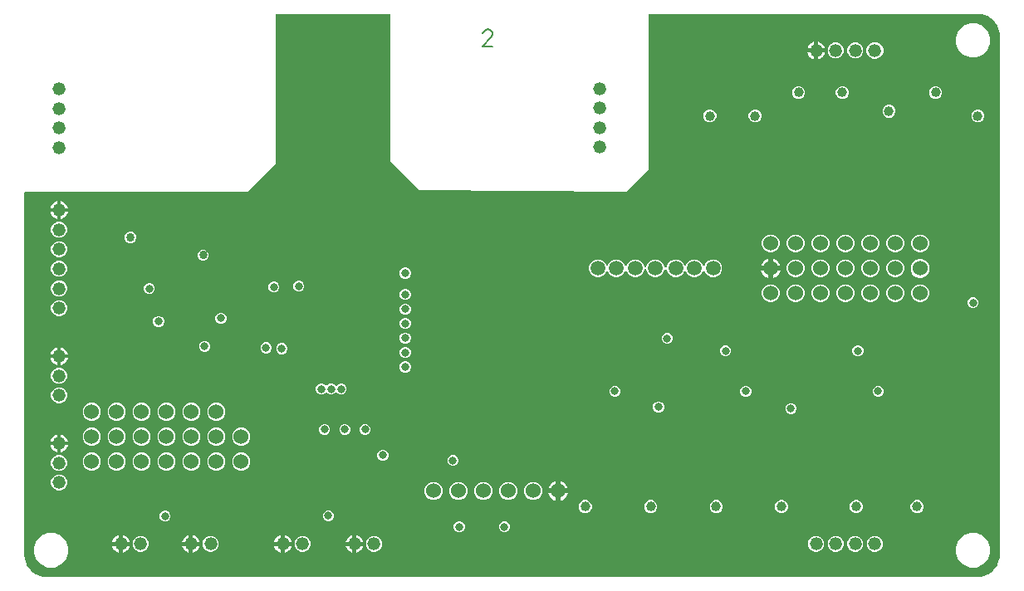
<source format=gbr>
G04 EAGLE Gerber RS-274X export*
G75*
%MOMM*%
%FSLAX34Y34*%
%LPD*%
%INCopper Layer 2*%
%IPPOS*%
%AMOC8*
5,1,8,0,0,1.08239X$1,22.5*%
G01*
%ADD10C,0.152400*%
%ADD11C,0.808000*%
%ADD12C,1.320800*%
%ADD13C,1.524000*%
%ADD14C,1.508000*%
%ADD15C,1.008000*%
%ADD16C,0.858000*%

G36*
X975022Y2797D02*
X975022Y2797D01*
X975100Y2799D01*
X978375Y3056D01*
X978442Y3070D01*
X978511Y3075D01*
X978667Y3115D01*
X984897Y5139D01*
X985004Y5189D01*
X985115Y5233D01*
X985166Y5265D01*
X985185Y5274D01*
X985200Y5287D01*
X985251Y5319D01*
X990550Y9169D01*
X990637Y9250D01*
X990728Y9326D01*
X990767Y9373D01*
X990782Y9387D01*
X990793Y9404D01*
X990831Y9450D01*
X994681Y14749D01*
X994698Y14781D01*
X994720Y14807D01*
X994752Y14874D01*
X994802Y14953D01*
X994824Y15010D01*
X994834Y15028D01*
X994839Y15048D01*
X994861Y15103D01*
X996885Y21333D01*
X996898Y21400D01*
X996921Y21466D01*
X996944Y21625D01*
X997201Y24900D01*
X997200Y24922D01*
X997205Y25000D01*
X997205Y555000D01*
X997203Y555022D01*
X997201Y555100D01*
X996944Y558375D01*
X996930Y558442D01*
X996925Y558511D01*
X996885Y558667D01*
X994861Y564897D01*
X994811Y565004D01*
X994767Y565115D01*
X994735Y565166D01*
X994726Y565185D01*
X994713Y565200D01*
X994681Y565251D01*
X990831Y570550D01*
X990750Y570637D01*
X990674Y570728D01*
X990627Y570767D01*
X990613Y570782D01*
X990596Y570793D01*
X990550Y570831D01*
X985251Y574681D01*
X985147Y574738D01*
X985047Y574802D01*
X984990Y574824D01*
X984972Y574834D01*
X984952Y574839D01*
X984897Y574861D01*
X978667Y576885D01*
X978599Y576898D01*
X978534Y576921D01*
X978375Y576944D01*
X975100Y577201D01*
X975078Y577200D01*
X975000Y577205D01*
X640556Y577205D01*
X640438Y577190D01*
X640319Y577183D01*
X640281Y577170D01*
X640241Y577165D01*
X640130Y577122D01*
X640017Y577085D01*
X639983Y577063D01*
X639945Y577048D01*
X639849Y576979D01*
X639748Y576915D01*
X639720Y576885D01*
X639688Y576862D01*
X639612Y576770D01*
X639530Y576683D01*
X639511Y576648D01*
X639485Y576617D01*
X639434Y576509D01*
X639377Y576405D01*
X639367Y576365D01*
X639349Y576329D01*
X639327Y576212D01*
X639297Y576097D01*
X639293Y576037D01*
X639290Y576017D01*
X639291Y575996D01*
X639287Y575936D01*
X639287Y418832D01*
X616222Y395767D01*
X405503Y397186D01*
X375919Y426770D01*
X375919Y575936D01*
X375904Y576054D01*
X375897Y576173D01*
X375884Y576211D01*
X375879Y576252D01*
X375836Y576362D01*
X375799Y576475D01*
X375777Y576510D01*
X375762Y576547D01*
X375693Y576643D01*
X375629Y576744D01*
X375599Y576772D01*
X375576Y576805D01*
X375484Y576881D01*
X375397Y576962D01*
X375362Y576982D01*
X375331Y577007D01*
X375223Y577058D01*
X375119Y577116D01*
X375079Y577126D01*
X375043Y577143D01*
X374926Y577165D01*
X374811Y577195D01*
X374751Y577199D01*
X374731Y577203D01*
X374710Y577201D01*
X374650Y577205D01*
X260350Y577205D01*
X260232Y577190D01*
X260113Y577183D01*
X260075Y577170D01*
X260034Y577165D01*
X259924Y577122D01*
X259811Y577085D01*
X259776Y577063D01*
X259739Y577048D01*
X259643Y576979D01*
X259542Y576915D01*
X259514Y576885D01*
X259481Y576862D01*
X259406Y576770D01*
X259324Y576683D01*
X259304Y576648D01*
X259279Y576617D01*
X259228Y576509D01*
X259170Y576405D01*
X259160Y576365D01*
X259143Y576329D01*
X259121Y576212D01*
X259091Y576097D01*
X259087Y576037D01*
X259083Y576017D01*
X259085Y575996D01*
X259081Y575936D01*
X259081Y424388D01*
X230456Y395763D01*
X14361Y395763D01*
X14356Y395762D01*
X14346Y395763D01*
X4049Y395643D01*
X3939Y395628D01*
X3827Y395621D01*
X3782Y395606D01*
X3734Y395600D01*
X3631Y395557D01*
X3525Y395523D01*
X3484Y395497D01*
X3440Y395479D01*
X3350Y395413D01*
X3256Y395353D01*
X3223Y395318D01*
X3185Y395289D01*
X3115Y395203D01*
X3038Y395121D01*
X3015Y395079D01*
X2985Y395042D01*
X2938Y394940D01*
X2884Y394843D01*
X2872Y394796D01*
X2853Y394753D01*
X2833Y394643D01*
X2805Y394535D01*
X2800Y394461D01*
X2796Y394440D01*
X2798Y394422D01*
X2795Y394374D01*
X2795Y25000D01*
X2797Y24978D01*
X2799Y24900D01*
X3056Y21625D01*
X3070Y21558D01*
X3075Y21489D01*
X3115Y21333D01*
X5139Y15103D01*
X5183Y15009D01*
X5203Y14948D01*
X5217Y14925D01*
X5233Y14885D01*
X5265Y14834D01*
X5274Y14815D01*
X5287Y14800D01*
X5319Y14749D01*
X9169Y9450D01*
X9250Y9363D01*
X9326Y9272D01*
X9373Y9233D01*
X9387Y9218D01*
X9404Y9207D01*
X9450Y9169D01*
X14749Y5319D01*
X14853Y5262D01*
X14953Y5198D01*
X15010Y5176D01*
X15028Y5166D01*
X15048Y5161D01*
X15103Y5139D01*
X21333Y3115D01*
X21400Y3102D01*
X21466Y3079D01*
X21625Y3056D01*
X24900Y2799D01*
X24922Y2800D01*
X25000Y2795D01*
X975000Y2795D01*
X975022Y2797D01*
G37*
%LPC*%
G36*
X585572Y308435D02*
X585572Y308435D01*
X582240Y309815D01*
X579690Y312365D01*
X578310Y315697D01*
X578310Y319303D01*
X579690Y322635D01*
X582240Y325185D01*
X585572Y326565D01*
X589178Y326565D01*
X592510Y325185D01*
X595060Y322635D01*
X595727Y321023D01*
X595796Y320902D01*
X595861Y320779D01*
X595875Y320764D01*
X595885Y320747D01*
X595982Y320647D01*
X596075Y320544D01*
X596092Y320533D01*
X596106Y320518D01*
X596224Y320446D01*
X596341Y320369D01*
X596360Y320363D01*
X596377Y320352D01*
X596510Y320311D01*
X596642Y320266D01*
X596662Y320264D01*
X596681Y320258D01*
X596820Y320252D01*
X596959Y320241D01*
X596979Y320244D01*
X596999Y320243D01*
X597135Y320271D01*
X597272Y320295D01*
X597291Y320303D01*
X597310Y320308D01*
X597435Y320369D01*
X597562Y320426D01*
X597578Y320438D01*
X597596Y320447D01*
X597702Y320538D01*
X597810Y320624D01*
X597823Y320640D01*
X597838Y320654D01*
X597918Y320767D01*
X598002Y320878D01*
X598014Y320904D01*
X598021Y320914D01*
X598028Y320933D01*
X598073Y321023D01*
X598740Y322635D01*
X601290Y325185D01*
X604622Y326565D01*
X608228Y326565D01*
X611560Y325185D01*
X614110Y322635D01*
X614777Y321023D01*
X614846Y320902D01*
X614911Y320779D01*
X614925Y320764D01*
X614935Y320747D01*
X615032Y320647D01*
X615125Y320544D01*
X615142Y320533D01*
X615156Y320518D01*
X615274Y320446D01*
X615391Y320369D01*
X615410Y320363D01*
X615427Y320352D01*
X615560Y320311D01*
X615692Y320266D01*
X615712Y320264D01*
X615731Y320258D01*
X615870Y320252D01*
X616009Y320241D01*
X616029Y320244D01*
X616049Y320243D01*
X616185Y320271D01*
X616322Y320295D01*
X616341Y320303D01*
X616360Y320308D01*
X616485Y320369D01*
X616612Y320426D01*
X616628Y320438D01*
X616646Y320447D01*
X616752Y320538D01*
X616860Y320624D01*
X616873Y320640D01*
X616888Y320654D01*
X616968Y320767D01*
X617052Y320878D01*
X617064Y320904D01*
X617071Y320914D01*
X617078Y320933D01*
X617123Y321023D01*
X617790Y322635D01*
X620340Y325185D01*
X623672Y326565D01*
X627278Y326565D01*
X630610Y325185D01*
X633160Y322635D01*
X634621Y319107D01*
X634690Y318986D01*
X634755Y318863D01*
X634769Y318848D01*
X634779Y318830D01*
X634875Y318730D01*
X634969Y318628D01*
X634986Y318616D01*
X635000Y318602D01*
X635118Y318529D01*
X635235Y318453D01*
X635254Y318446D01*
X635271Y318436D01*
X635404Y318395D01*
X635535Y318350D01*
X635556Y318348D01*
X635575Y318342D01*
X635713Y318335D01*
X635852Y318324D01*
X635873Y318328D01*
X635893Y318327D01*
X636028Y318355D01*
X636166Y318379D01*
X636184Y318387D01*
X636204Y318391D01*
X636329Y318453D01*
X636456Y318509D01*
X636472Y318522D01*
X636490Y318531D01*
X636596Y318622D01*
X636704Y318708D01*
X636716Y318724D01*
X636732Y318737D01*
X636812Y318851D01*
X636895Y318962D01*
X636908Y318987D01*
X636915Y318997D01*
X636922Y319017D01*
X636966Y319107D01*
X638428Y322635D01*
X640978Y325185D01*
X644309Y326565D01*
X647916Y326565D01*
X651247Y325185D01*
X653797Y322635D01*
X655259Y319107D01*
X655327Y318986D01*
X655393Y318863D01*
X655406Y318848D01*
X655416Y318830D01*
X655513Y318730D01*
X655606Y318628D01*
X655623Y318617D01*
X655637Y318602D01*
X655756Y318529D01*
X655872Y318453D01*
X655891Y318446D01*
X655909Y318436D01*
X656041Y318395D01*
X656173Y318350D01*
X656193Y318348D01*
X656213Y318342D01*
X656351Y318335D01*
X656490Y318324D01*
X656510Y318328D01*
X656530Y318327D01*
X656666Y318355D01*
X656803Y318379D01*
X656822Y318387D01*
X656842Y318391D01*
X656967Y318453D01*
X657093Y318509D01*
X657109Y318522D01*
X657127Y318531D01*
X657233Y318621D01*
X657342Y318708D01*
X657354Y318724D01*
X657369Y318737D01*
X657449Y318851D01*
X657533Y318962D01*
X657545Y318987D01*
X657552Y318997D01*
X657560Y319017D01*
X657604Y319107D01*
X659065Y322635D01*
X661615Y325185D01*
X664947Y326565D01*
X668553Y326565D01*
X671885Y325185D01*
X674435Y322635D01*
X675102Y321023D01*
X675171Y320902D01*
X675236Y320779D01*
X675250Y320764D01*
X675260Y320747D01*
X675357Y320647D01*
X675450Y320544D01*
X675467Y320533D01*
X675481Y320518D01*
X675599Y320446D01*
X675716Y320369D01*
X675735Y320363D01*
X675752Y320352D01*
X675885Y320311D01*
X676017Y320266D01*
X676037Y320264D01*
X676056Y320258D01*
X676195Y320252D01*
X676334Y320241D01*
X676354Y320244D01*
X676374Y320243D01*
X676510Y320271D01*
X676647Y320295D01*
X676666Y320303D01*
X676685Y320308D01*
X676810Y320369D01*
X676937Y320426D01*
X676953Y320438D01*
X676971Y320447D01*
X677077Y320538D01*
X677185Y320624D01*
X677198Y320640D01*
X677213Y320654D01*
X677293Y320767D01*
X677377Y320878D01*
X677389Y320904D01*
X677396Y320914D01*
X677403Y320933D01*
X677448Y321023D01*
X678115Y322635D01*
X680665Y325185D01*
X683997Y326565D01*
X687603Y326565D01*
X690935Y325185D01*
X693485Y322635D01*
X694152Y321023D01*
X694221Y320902D01*
X694286Y320779D01*
X694300Y320764D01*
X694310Y320747D01*
X694407Y320647D01*
X694500Y320544D01*
X694517Y320533D01*
X694531Y320518D01*
X694650Y320445D01*
X694766Y320369D01*
X694785Y320363D01*
X694802Y320352D01*
X694935Y320311D01*
X695067Y320266D01*
X695087Y320264D01*
X695106Y320258D01*
X695245Y320252D01*
X695384Y320241D01*
X695404Y320244D01*
X695424Y320243D01*
X695560Y320271D01*
X695697Y320295D01*
X695716Y320303D01*
X695735Y320308D01*
X695861Y320369D01*
X695987Y320426D01*
X696003Y320438D01*
X696021Y320447D01*
X696127Y320537D01*
X696235Y320624D01*
X696248Y320640D01*
X696263Y320654D01*
X696343Y320767D01*
X696427Y320878D01*
X696439Y320904D01*
X696446Y320914D01*
X696453Y320933D01*
X696498Y321023D01*
X697165Y322635D01*
X699715Y325185D01*
X703047Y326565D01*
X706653Y326565D01*
X709985Y325185D01*
X712535Y322635D01*
X713915Y319303D01*
X713915Y315697D01*
X712535Y312365D01*
X709985Y309815D01*
X706653Y308435D01*
X703047Y308435D01*
X699715Y309815D01*
X697165Y312365D01*
X696498Y313977D01*
X696429Y314098D01*
X696364Y314221D01*
X696350Y314236D01*
X696340Y314253D01*
X696243Y314353D01*
X696150Y314456D01*
X696133Y314467D01*
X696119Y314482D01*
X696001Y314554D01*
X695884Y314631D01*
X695865Y314637D01*
X695848Y314648D01*
X695715Y314689D01*
X695583Y314734D01*
X695563Y314736D01*
X695544Y314742D01*
X695405Y314748D01*
X695266Y314759D01*
X695246Y314756D01*
X695226Y314757D01*
X695090Y314729D01*
X694953Y314705D01*
X694934Y314697D01*
X694915Y314692D01*
X694790Y314631D01*
X694663Y314574D01*
X694647Y314562D01*
X694629Y314553D01*
X694523Y314462D01*
X694415Y314376D01*
X694402Y314360D01*
X694387Y314346D01*
X694307Y314233D01*
X694223Y314122D01*
X694211Y314096D01*
X694204Y314086D01*
X694197Y314067D01*
X694152Y313977D01*
X693485Y312365D01*
X690935Y309815D01*
X687603Y308435D01*
X683997Y308435D01*
X680665Y309815D01*
X678115Y312365D01*
X677448Y313977D01*
X677379Y314098D01*
X677314Y314221D01*
X677300Y314236D01*
X677290Y314253D01*
X677193Y314353D01*
X677100Y314456D01*
X677083Y314467D01*
X677069Y314482D01*
X676950Y314555D01*
X676834Y314631D01*
X676815Y314637D01*
X676798Y314648D01*
X676665Y314689D01*
X676533Y314734D01*
X676513Y314736D01*
X676494Y314742D01*
X676355Y314748D01*
X676216Y314759D01*
X676196Y314756D01*
X676176Y314757D01*
X676040Y314729D01*
X675903Y314705D01*
X675884Y314697D01*
X675865Y314692D01*
X675739Y314631D01*
X675613Y314574D01*
X675597Y314562D01*
X675579Y314553D01*
X675473Y314463D01*
X675365Y314376D01*
X675352Y314360D01*
X675337Y314346D01*
X675257Y314233D01*
X675173Y314122D01*
X675161Y314096D01*
X675154Y314086D01*
X675147Y314067D01*
X675102Y313977D01*
X674435Y312365D01*
X671885Y309815D01*
X668553Y308435D01*
X664947Y308435D01*
X661615Y309815D01*
X659065Y312365D01*
X657604Y315893D01*
X657535Y316014D01*
X657470Y316137D01*
X657456Y316152D01*
X657446Y316170D01*
X657350Y316270D01*
X657256Y316372D01*
X657239Y316384D01*
X657225Y316398D01*
X657107Y316471D01*
X656990Y316547D01*
X656971Y316554D01*
X656954Y316564D01*
X656821Y316605D01*
X656690Y316650D01*
X656669Y316652D01*
X656650Y316658D01*
X656512Y316665D01*
X656373Y316676D01*
X656352Y316672D01*
X656332Y316673D01*
X656197Y316645D01*
X656059Y316621D01*
X656041Y316613D01*
X656021Y316609D01*
X655896Y316547D01*
X655769Y316491D01*
X655753Y316478D01*
X655735Y316469D01*
X655629Y316378D01*
X655521Y316292D01*
X655509Y316276D01*
X655493Y316263D01*
X655413Y316149D01*
X655330Y316038D01*
X655317Y316013D01*
X655310Y316003D01*
X655303Y315983D01*
X655259Y315893D01*
X653797Y312365D01*
X651247Y309815D01*
X647916Y308435D01*
X644309Y308435D01*
X640978Y309815D01*
X638428Y312365D01*
X636966Y315893D01*
X636898Y316014D01*
X636832Y316137D01*
X636819Y316152D01*
X636809Y316170D01*
X636712Y316270D01*
X636619Y316372D01*
X636602Y316383D01*
X636588Y316398D01*
X636469Y316471D01*
X636353Y316547D01*
X636334Y316554D01*
X636316Y316564D01*
X636184Y316605D01*
X636052Y316650D01*
X636032Y316652D01*
X636012Y316658D01*
X635874Y316665D01*
X635735Y316676D01*
X635715Y316672D01*
X635695Y316673D01*
X635559Y316645D01*
X635422Y316621D01*
X635403Y316613D01*
X635383Y316609D01*
X635258Y316547D01*
X635132Y316491D01*
X635116Y316478D01*
X635098Y316469D01*
X634992Y316379D01*
X634883Y316292D01*
X634871Y316276D01*
X634856Y316263D01*
X634776Y316149D01*
X634692Y316038D01*
X634680Y316013D01*
X634673Y316003D01*
X634665Y315983D01*
X634621Y315893D01*
X633160Y312365D01*
X630610Y309815D01*
X627278Y308435D01*
X623672Y308435D01*
X620340Y309815D01*
X617790Y312365D01*
X617123Y313977D01*
X617054Y314098D01*
X616989Y314221D01*
X616975Y314236D01*
X616965Y314253D01*
X616868Y314353D01*
X616775Y314456D01*
X616758Y314467D01*
X616744Y314482D01*
X616625Y314555D01*
X616509Y314631D01*
X616490Y314637D01*
X616473Y314648D01*
X616340Y314689D01*
X616208Y314734D01*
X616188Y314736D01*
X616169Y314742D01*
X616030Y314748D01*
X615891Y314759D01*
X615871Y314756D01*
X615851Y314757D01*
X615715Y314729D01*
X615578Y314705D01*
X615559Y314697D01*
X615540Y314692D01*
X615414Y314631D01*
X615288Y314574D01*
X615272Y314562D01*
X615254Y314553D01*
X615148Y314463D01*
X615040Y314376D01*
X615027Y314360D01*
X615012Y314346D01*
X614932Y314233D01*
X614848Y314122D01*
X614836Y314096D01*
X614829Y314086D01*
X614822Y314067D01*
X614777Y313977D01*
X614110Y312365D01*
X611560Y309815D01*
X608228Y308435D01*
X604622Y308435D01*
X601290Y309815D01*
X598740Y312365D01*
X598073Y313977D01*
X598004Y314098D01*
X597939Y314221D01*
X597925Y314236D01*
X597915Y314253D01*
X597818Y314353D01*
X597725Y314456D01*
X597708Y314467D01*
X597694Y314482D01*
X597575Y314555D01*
X597459Y314631D01*
X597440Y314637D01*
X597423Y314648D01*
X597290Y314689D01*
X597158Y314734D01*
X597138Y314736D01*
X597119Y314742D01*
X596980Y314748D01*
X596841Y314759D01*
X596821Y314756D01*
X596801Y314757D01*
X596665Y314729D01*
X596528Y314705D01*
X596509Y314697D01*
X596490Y314692D01*
X596364Y314631D01*
X596238Y314574D01*
X596222Y314562D01*
X596204Y314553D01*
X596098Y314463D01*
X595990Y314376D01*
X595977Y314360D01*
X595962Y314346D01*
X595882Y314233D01*
X595798Y314122D01*
X595786Y314096D01*
X595779Y314086D01*
X595772Y314067D01*
X595727Y313977D01*
X595060Y312365D01*
X592510Y309815D01*
X589178Y308435D01*
X585572Y308435D01*
G37*
%LPD*%
%LPC*%
G36*
X966511Y532459D02*
X966511Y532459D01*
X960064Y535130D01*
X955130Y540064D01*
X952459Y546511D01*
X952459Y553489D01*
X955130Y559936D01*
X960064Y564870D01*
X966511Y567541D01*
X973489Y567541D01*
X979936Y564870D01*
X984870Y559936D01*
X987541Y553489D01*
X987541Y546511D01*
X984870Y540064D01*
X979936Y535130D01*
X973489Y532459D01*
X966511Y532459D01*
G37*
%LPD*%
%LPC*%
G36*
X26511Y12459D02*
X26511Y12459D01*
X20064Y15130D01*
X15130Y20064D01*
X12459Y26511D01*
X12459Y33489D01*
X15130Y39936D01*
X20064Y44870D01*
X26511Y47541D01*
X33489Y47541D01*
X39936Y44870D01*
X44870Y39936D01*
X47541Y33489D01*
X47541Y26511D01*
X44870Y20064D01*
X39936Y15130D01*
X33489Y12459D01*
X26511Y12459D01*
G37*
%LPD*%
%LPC*%
G36*
X966511Y12459D02*
X966511Y12459D01*
X960064Y15130D01*
X955130Y20064D01*
X952459Y26511D01*
X952459Y33489D01*
X955130Y39936D01*
X960064Y44870D01*
X966511Y47541D01*
X973489Y47541D01*
X979936Y44870D01*
X984870Y39936D01*
X987541Y33489D01*
X987541Y26511D01*
X984870Y20064D01*
X979936Y15130D01*
X973489Y12459D01*
X966511Y12459D01*
G37*
%LPD*%
%LPC*%
G36*
X914067Y307847D02*
X914067Y307847D01*
X910520Y309317D01*
X907804Y312032D01*
X906335Y315580D01*
X906335Y319420D01*
X907804Y322968D01*
X910520Y325683D01*
X914067Y327153D01*
X917908Y327153D01*
X921455Y325683D01*
X924171Y322968D01*
X925640Y319420D01*
X925640Y315580D01*
X924171Y312032D01*
X921455Y309317D01*
X917908Y307847D01*
X914067Y307847D01*
G37*
%LPD*%
%LPC*%
G36*
X304487Y188904D02*
X304487Y188904D01*
X302442Y189751D01*
X300876Y191317D01*
X300029Y193362D01*
X300029Y195576D01*
X300876Y197621D01*
X302442Y199186D01*
X304487Y200033D01*
X306701Y200033D01*
X308746Y199186D01*
X309657Y198275D01*
X309751Y198202D01*
X309841Y198123D01*
X309876Y198105D01*
X309908Y198080D01*
X310018Y198033D01*
X310124Y197979D01*
X310163Y197970D01*
X310200Y197954D01*
X310318Y197935D01*
X310434Y197909D01*
X310474Y197910D01*
X310514Y197904D01*
X310633Y197915D01*
X310752Y197919D01*
X310791Y197930D01*
X310831Y197934D01*
X310943Y197974D01*
X311057Y198007D01*
X311092Y198028D01*
X311130Y198041D01*
X311229Y198108D01*
X311331Y198169D01*
X311377Y198208D01*
X311393Y198220D01*
X311407Y198235D01*
X311452Y198275D01*
X312363Y199186D01*
X314409Y200033D01*
X316623Y200033D01*
X318668Y199186D01*
X319778Y198077D01*
X319872Y198004D01*
X319961Y197925D01*
X319997Y197906D01*
X320029Y197882D01*
X320138Y197834D01*
X320244Y197780D01*
X320283Y197771D01*
X320321Y197755D01*
X320438Y197737D01*
X320554Y197711D01*
X320595Y197712D01*
X320635Y197705D01*
X320753Y197717D01*
X320872Y197720D01*
X320911Y197731D01*
X320951Y197735D01*
X321063Y197776D01*
X321178Y197809D01*
X321213Y197829D01*
X321251Y197843D01*
X321349Y197910D01*
X321452Y197970D01*
X321497Y198010D01*
X321514Y198021D01*
X321527Y198037D01*
X321573Y198077D01*
X322682Y199186D01*
X324727Y200033D01*
X326941Y200033D01*
X328987Y199186D01*
X330552Y197621D01*
X331399Y195576D01*
X331399Y193362D01*
X330552Y191317D01*
X328987Y189751D01*
X326941Y188904D01*
X324727Y188904D01*
X322682Y189751D01*
X321573Y190861D01*
X321478Y190934D01*
X321389Y191013D01*
X321353Y191031D01*
X321321Y191056D01*
X321212Y191103D01*
X321106Y191157D01*
X321067Y191166D01*
X321029Y191182D01*
X320912Y191201D01*
X320796Y191227D01*
X320755Y191226D01*
X320715Y191232D01*
X320597Y191221D01*
X320478Y191217D01*
X320439Y191206D01*
X320399Y191202D01*
X320286Y191162D01*
X320172Y191129D01*
X320138Y191108D01*
X320099Y191095D01*
X320001Y191028D01*
X319898Y190967D01*
X319853Y190927D01*
X319836Y190916D01*
X319823Y190901D01*
X319778Y190861D01*
X318668Y189751D01*
X316623Y188904D01*
X314409Y188904D01*
X312363Y189751D01*
X311452Y190662D01*
X311358Y190735D01*
X311269Y190814D01*
X311233Y190833D01*
X311201Y190857D01*
X311092Y190905D01*
X310986Y190959D01*
X310946Y190968D01*
X310909Y190984D01*
X310791Y191002D01*
X310675Y191028D01*
X310635Y191027D01*
X310595Y191034D01*
X310476Y191022D01*
X310357Y191019D01*
X310319Y191008D01*
X310278Y191004D01*
X310166Y190963D01*
X310052Y190930D01*
X310017Y190910D01*
X309979Y190896D01*
X309881Y190829D01*
X309778Y190769D01*
X309733Y190729D01*
X309716Y190718D01*
X309702Y190702D01*
X309657Y190662D01*
X308746Y189751D01*
X306701Y188904D01*
X304487Y188904D01*
G37*
%LPD*%
%LPC*%
G36*
X95018Y111505D02*
X95018Y111505D01*
X91657Y112897D01*
X89085Y115470D01*
X87693Y118831D01*
X87693Y122469D01*
X89085Y125830D01*
X91657Y128403D01*
X95018Y129795D01*
X98657Y129795D01*
X102018Y128403D01*
X104590Y125830D01*
X105982Y122469D01*
X105982Y118831D01*
X104590Y115470D01*
X102018Y112897D01*
X98657Y111505D01*
X95018Y111505D01*
G37*
%LPD*%
%LPC*%
G36*
X69618Y136905D02*
X69618Y136905D01*
X66257Y138297D01*
X63685Y140870D01*
X62293Y144231D01*
X62293Y147869D01*
X63685Y151230D01*
X66257Y153803D01*
X69618Y155195D01*
X73257Y155195D01*
X76618Y153803D01*
X79190Y151230D01*
X80582Y147869D01*
X80582Y144231D01*
X79190Y140870D01*
X76618Y138297D01*
X73257Y136905D01*
X69618Y136905D01*
G37*
%LPD*%
%LPC*%
G36*
X787168Y282955D02*
X787168Y282955D01*
X783807Y284347D01*
X781235Y286920D01*
X779843Y290281D01*
X779843Y293919D01*
X781235Y297280D01*
X783807Y299853D01*
X787168Y301245D01*
X790807Y301245D01*
X794168Y299853D01*
X796740Y297280D01*
X798132Y293919D01*
X798132Y290281D01*
X796740Y286920D01*
X794168Y284347D01*
X790807Y282955D01*
X787168Y282955D01*
G37*
%LPD*%
%LPC*%
G36*
X95018Y162305D02*
X95018Y162305D01*
X91657Y163697D01*
X89085Y166270D01*
X87693Y169631D01*
X87693Y173269D01*
X89085Y176630D01*
X91657Y179203D01*
X95018Y180595D01*
X98657Y180595D01*
X102018Y179203D01*
X104590Y176630D01*
X105982Y173269D01*
X105982Y169631D01*
X104590Y166270D01*
X102018Y163697D01*
X98657Y162305D01*
X95018Y162305D01*
G37*
%LPD*%
%LPC*%
G36*
X812568Y282955D02*
X812568Y282955D01*
X809207Y284347D01*
X806635Y286920D01*
X805243Y290281D01*
X805243Y293919D01*
X806635Y297280D01*
X809207Y299853D01*
X812568Y301245D01*
X816207Y301245D01*
X819568Y299853D01*
X822140Y297280D01*
X823532Y293919D01*
X823532Y290281D01*
X822140Y286920D01*
X819568Y284347D01*
X816207Y282955D01*
X812568Y282955D01*
G37*
%LPD*%
%LPC*%
G36*
X837968Y282955D02*
X837968Y282955D01*
X834607Y284347D01*
X832035Y286920D01*
X830643Y290281D01*
X830643Y293919D01*
X832035Y297280D01*
X834607Y299853D01*
X837968Y301245D01*
X841607Y301245D01*
X844968Y299853D01*
X847540Y297280D01*
X848932Y293919D01*
X848932Y290281D01*
X847540Y286920D01*
X844968Y284347D01*
X841607Y282955D01*
X837968Y282955D01*
G37*
%LPD*%
%LPC*%
G36*
X863368Y282955D02*
X863368Y282955D01*
X860007Y284347D01*
X857435Y286920D01*
X856043Y290281D01*
X856043Y293919D01*
X857435Y297280D01*
X860007Y299853D01*
X863368Y301245D01*
X867007Y301245D01*
X870368Y299853D01*
X872940Y297280D01*
X874332Y293919D01*
X874332Y290281D01*
X872940Y286920D01*
X870368Y284347D01*
X867007Y282955D01*
X863368Y282955D01*
G37*
%LPD*%
%LPC*%
G36*
X888768Y282955D02*
X888768Y282955D01*
X885407Y284347D01*
X882835Y286920D01*
X881443Y290281D01*
X881443Y293919D01*
X882835Y297280D01*
X885407Y299853D01*
X888768Y301245D01*
X892407Y301245D01*
X895768Y299853D01*
X898340Y297280D01*
X899732Y293919D01*
X899732Y290281D01*
X898340Y286920D01*
X895768Y284347D01*
X892407Y282955D01*
X888768Y282955D01*
G37*
%LPD*%
%LPC*%
G36*
X914168Y282955D02*
X914168Y282955D01*
X910807Y284347D01*
X908235Y286920D01*
X906843Y290281D01*
X906843Y293919D01*
X908235Y297280D01*
X910807Y299853D01*
X914168Y301245D01*
X917807Y301245D01*
X921168Y299853D01*
X923740Y297280D01*
X925132Y293919D01*
X925132Y290281D01*
X923740Y286920D01*
X921168Y284347D01*
X917807Y282955D01*
X914168Y282955D01*
G37*
%LPD*%
%LPC*%
G36*
X95018Y136905D02*
X95018Y136905D01*
X91657Y138297D01*
X89085Y140870D01*
X87693Y144231D01*
X87693Y147869D01*
X89085Y151230D01*
X91657Y153803D01*
X95018Y155195D01*
X98657Y155195D01*
X102018Y153803D01*
X104590Y151230D01*
X105982Y147869D01*
X105982Y144231D01*
X104590Y140870D01*
X102018Y138297D01*
X98657Y136905D01*
X95018Y136905D01*
G37*
%LPD*%
%LPC*%
G36*
X120418Y136905D02*
X120418Y136905D01*
X117057Y138297D01*
X114485Y140870D01*
X113093Y144231D01*
X113093Y147869D01*
X114485Y151230D01*
X117057Y153803D01*
X120418Y155195D01*
X124057Y155195D01*
X127418Y153803D01*
X129990Y151230D01*
X131382Y147869D01*
X131382Y144231D01*
X129990Y140870D01*
X127418Y138297D01*
X124057Y136905D01*
X120418Y136905D01*
G37*
%LPD*%
%LPC*%
G36*
X145818Y136905D02*
X145818Y136905D01*
X142457Y138297D01*
X139885Y140870D01*
X138493Y144231D01*
X138493Y147869D01*
X139885Y151230D01*
X142457Y153803D01*
X145818Y155195D01*
X149457Y155195D01*
X152818Y153803D01*
X155390Y151230D01*
X156782Y147869D01*
X156782Y144231D01*
X155390Y140870D01*
X152818Y138297D01*
X149457Y136905D01*
X145818Y136905D01*
G37*
%LPD*%
%LPC*%
G36*
X171218Y136905D02*
X171218Y136905D01*
X167857Y138297D01*
X165285Y140870D01*
X163893Y144231D01*
X163893Y147869D01*
X165285Y151230D01*
X167857Y153803D01*
X171218Y155195D01*
X174857Y155195D01*
X178218Y153803D01*
X180790Y151230D01*
X182182Y147869D01*
X182182Y144231D01*
X180790Y140870D01*
X178218Y138297D01*
X174857Y136905D01*
X171218Y136905D01*
G37*
%LPD*%
%LPC*%
G36*
X145818Y162305D02*
X145818Y162305D01*
X142457Y163697D01*
X139885Y166270D01*
X138493Y169631D01*
X138493Y173269D01*
X139885Y176630D01*
X142457Y179203D01*
X145818Y180595D01*
X149457Y180595D01*
X152818Y179203D01*
X155390Y176630D01*
X156782Y173269D01*
X156782Y169631D01*
X155390Y166270D01*
X152818Y163697D01*
X149457Y162305D01*
X145818Y162305D01*
G37*
%LPD*%
%LPC*%
G36*
X120418Y162305D02*
X120418Y162305D01*
X117057Y163697D01*
X114485Y166270D01*
X113093Y169631D01*
X113093Y173269D01*
X114485Y176630D01*
X117057Y179203D01*
X120418Y180595D01*
X124057Y180595D01*
X127418Y179203D01*
X129990Y176630D01*
X131382Y173269D01*
X131382Y169631D01*
X129990Y166270D01*
X127418Y163697D01*
X124057Y162305D01*
X120418Y162305D01*
G37*
%LPD*%
%LPC*%
G36*
X761768Y333755D02*
X761768Y333755D01*
X758407Y335147D01*
X755835Y337720D01*
X754443Y341081D01*
X754443Y344719D01*
X755835Y348080D01*
X758407Y350653D01*
X761768Y352045D01*
X765407Y352045D01*
X768768Y350653D01*
X771340Y348080D01*
X772732Y344719D01*
X772732Y341081D01*
X771340Y337720D01*
X768768Y335147D01*
X765407Y333755D01*
X761768Y333755D01*
G37*
%LPD*%
%LPC*%
G36*
X914168Y333755D02*
X914168Y333755D01*
X910807Y335147D01*
X908235Y337720D01*
X906843Y341081D01*
X906843Y344719D01*
X908235Y348080D01*
X910807Y350653D01*
X914168Y352045D01*
X917807Y352045D01*
X921168Y350653D01*
X923740Y348080D01*
X925132Y344719D01*
X925132Y341081D01*
X923740Y337720D01*
X921168Y335147D01*
X917807Y333755D01*
X914168Y333755D01*
G37*
%LPD*%
%LPC*%
G36*
X888768Y333755D02*
X888768Y333755D01*
X885407Y335147D01*
X882835Y337720D01*
X881443Y341081D01*
X881443Y344719D01*
X882835Y348080D01*
X885407Y350653D01*
X888768Y352045D01*
X892407Y352045D01*
X895768Y350653D01*
X898340Y348080D01*
X899732Y344719D01*
X899732Y341081D01*
X898340Y337720D01*
X895768Y335147D01*
X892407Y333755D01*
X888768Y333755D01*
G37*
%LPD*%
%LPC*%
G36*
X863368Y333755D02*
X863368Y333755D01*
X860007Y335147D01*
X857435Y337720D01*
X856043Y341081D01*
X856043Y344719D01*
X857435Y348080D01*
X860007Y350653D01*
X863368Y352045D01*
X867007Y352045D01*
X870368Y350653D01*
X872940Y348080D01*
X874332Y344719D01*
X874332Y341081D01*
X872940Y337720D01*
X870368Y335147D01*
X867007Y333755D01*
X863368Y333755D01*
G37*
%LPD*%
%LPC*%
G36*
X837968Y333755D02*
X837968Y333755D01*
X834607Y335147D01*
X832035Y337720D01*
X830643Y341081D01*
X830643Y344719D01*
X832035Y348080D01*
X834607Y350653D01*
X837968Y352045D01*
X841607Y352045D01*
X844968Y350653D01*
X847540Y348080D01*
X848932Y344719D01*
X848932Y341081D01*
X847540Y337720D01*
X844968Y335147D01*
X841607Y333755D01*
X837968Y333755D01*
G37*
%LPD*%
%LPC*%
G36*
X812568Y333755D02*
X812568Y333755D01*
X809207Y335147D01*
X806635Y337720D01*
X805243Y341081D01*
X805243Y344719D01*
X806635Y348080D01*
X809207Y350653D01*
X812568Y352045D01*
X816207Y352045D01*
X819568Y350653D01*
X822140Y348080D01*
X823532Y344719D01*
X823532Y341081D01*
X822140Y337720D01*
X819568Y335147D01*
X816207Y333755D01*
X812568Y333755D01*
G37*
%LPD*%
%LPC*%
G36*
X787168Y333755D02*
X787168Y333755D01*
X783807Y335147D01*
X781235Y337720D01*
X779843Y341081D01*
X779843Y344719D01*
X781235Y348080D01*
X783807Y350653D01*
X787168Y352045D01*
X790807Y352045D01*
X794168Y350653D01*
X796740Y348080D01*
X798132Y344719D01*
X798132Y341081D01*
X796740Y337720D01*
X794168Y335147D01*
X790807Y333755D01*
X787168Y333755D01*
G37*
%LPD*%
%LPC*%
G36*
X196618Y162305D02*
X196618Y162305D01*
X193257Y163697D01*
X190685Y166270D01*
X189293Y169631D01*
X189293Y173269D01*
X190685Y176630D01*
X193257Y179203D01*
X196618Y180595D01*
X200257Y180595D01*
X203618Y179203D01*
X206190Y176630D01*
X207582Y173269D01*
X207582Y169631D01*
X206190Y166270D01*
X203618Y163697D01*
X200257Y162305D01*
X196618Y162305D01*
G37*
%LPD*%
%LPC*%
G36*
X171218Y162305D02*
X171218Y162305D01*
X167857Y163697D01*
X165285Y166270D01*
X163893Y169631D01*
X163893Y173269D01*
X165285Y176630D01*
X167857Y179203D01*
X171218Y180595D01*
X174857Y180595D01*
X178218Y179203D01*
X180790Y176630D01*
X182182Y173269D01*
X182182Y169631D01*
X180790Y166270D01*
X178218Y163697D01*
X174857Y162305D01*
X171218Y162305D01*
G37*
%LPD*%
%LPC*%
G36*
X196618Y136905D02*
X196618Y136905D01*
X193257Y138297D01*
X190685Y140870D01*
X189293Y144231D01*
X189293Y147869D01*
X190685Y151230D01*
X193257Y153803D01*
X196618Y155195D01*
X200257Y155195D01*
X203618Y153803D01*
X206190Y151230D01*
X207582Y147869D01*
X207582Y144231D01*
X206190Y140870D01*
X203618Y138297D01*
X200257Y136905D01*
X196618Y136905D01*
G37*
%LPD*%
%LPC*%
G36*
X222018Y136905D02*
X222018Y136905D01*
X218657Y138297D01*
X216085Y140870D01*
X214693Y144231D01*
X214693Y147869D01*
X216085Y151230D01*
X218657Y153803D01*
X222018Y155195D01*
X225657Y155195D01*
X229018Y153803D01*
X231590Y151230D01*
X232982Y147869D01*
X232982Y144231D01*
X231590Y140870D01*
X229018Y138297D01*
X225657Y136905D01*
X222018Y136905D01*
G37*
%LPD*%
%LPC*%
G36*
X888768Y308355D02*
X888768Y308355D01*
X885407Y309747D01*
X882835Y312320D01*
X881443Y315681D01*
X881443Y319319D01*
X882835Y322680D01*
X885407Y325253D01*
X888768Y326645D01*
X892407Y326645D01*
X895768Y325253D01*
X898340Y322680D01*
X899732Y319319D01*
X899732Y315681D01*
X898340Y312320D01*
X895768Y309747D01*
X892407Y308355D01*
X888768Y308355D01*
G37*
%LPD*%
%LPC*%
G36*
X863368Y308355D02*
X863368Y308355D01*
X860007Y309747D01*
X857435Y312320D01*
X856043Y315681D01*
X856043Y319319D01*
X857435Y322680D01*
X860007Y325253D01*
X863368Y326645D01*
X867007Y326645D01*
X870368Y325253D01*
X872940Y322680D01*
X874332Y319319D01*
X874332Y315681D01*
X872940Y312320D01*
X870368Y309747D01*
X867007Y308355D01*
X863368Y308355D01*
G37*
%LPD*%
%LPC*%
G36*
X837968Y308355D02*
X837968Y308355D01*
X834607Y309747D01*
X832035Y312320D01*
X830643Y315681D01*
X830643Y319319D01*
X832035Y322680D01*
X834607Y325253D01*
X837968Y326645D01*
X841607Y326645D01*
X844968Y325253D01*
X847540Y322680D01*
X848932Y319319D01*
X848932Y315681D01*
X847540Y312320D01*
X844968Y309747D01*
X841607Y308355D01*
X837968Y308355D01*
G37*
%LPD*%
%LPC*%
G36*
X812568Y308355D02*
X812568Y308355D01*
X809207Y309747D01*
X806635Y312320D01*
X805243Y315681D01*
X805243Y319319D01*
X806635Y322680D01*
X809207Y325253D01*
X812568Y326645D01*
X816207Y326645D01*
X819568Y325253D01*
X822140Y322680D01*
X823532Y319319D01*
X823532Y315681D01*
X822140Y312320D01*
X819568Y309747D01*
X816207Y308355D01*
X812568Y308355D01*
G37*
%LPD*%
%LPC*%
G36*
X787168Y308355D02*
X787168Y308355D01*
X783807Y309747D01*
X781235Y312320D01*
X779843Y315681D01*
X779843Y319319D01*
X781235Y322680D01*
X783807Y325253D01*
X787168Y326645D01*
X790807Y326645D01*
X794168Y325253D01*
X796740Y322680D01*
X798132Y319319D01*
X798132Y315681D01*
X796740Y312320D01*
X794168Y309747D01*
X790807Y308355D01*
X787168Y308355D01*
G37*
%LPD*%
%LPC*%
G36*
X222018Y111505D02*
X222018Y111505D01*
X218657Y112897D01*
X216085Y115470D01*
X214693Y118831D01*
X214693Y122469D01*
X216085Y125830D01*
X218657Y128403D01*
X222018Y129795D01*
X225657Y129795D01*
X229018Y128403D01*
X231590Y125830D01*
X232982Y122469D01*
X232982Y118831D01*
X231590Y115470D01*
X229018Y112897D01*
X225657Y111505D01*
X222018Y111505D01*
G37*
%LPD*%
%LPC*%
G36*
X69618Y111505D02*
X69618Y111505D01*
X66257Y112897D01*
X63685Y115470D01*
X62293Y118831D01*
X62293Y122469D01*
X63685Y125830D01*
X66257Y128403D01*
X69618Y129795D01*
X73257Y129795D01*
X76618Y128403D01*
X79190Y125830D01*
X80582Y122469D01*
X80582Y118831D01*
X79190Y115470D01*
X76618Y112897D01*
X73257Y111505D01*
X69618Y111505D01*
G37*
%LPD*%
%LPC*%
G36*
X196618Y111505D02*
X196618Y111505D01*
X193257Y112897D01*
X190685Y115470D01*
X189293Y118831D01*
X189293Y122469D01*
X190685Y125830D01*
X193257Y128403D01*
X196618Y129795D01*
X200257Y129795D01*
X203618Y128403D01*
X206190Y125830D01*
X207582Y122469D01*
X207582Y118831D01*
X206190Y115470D01*
X203618Y112897D01*
X200257Y111505D01*
X196618Y111505D01*
G37*
%LPD*%
%LPC*%
G36*
X171218Y111505D02*
X171218Y111505D01*
X167857Y112897D01*
X165285Y115470D01*
X163893Y118831D01*
X163893Y122469D01*
X165285Y125830D01*
X167857Y128403D01*
X171218Y129795D01*
X174857Y129795D01*
X178218Y128403D01*
X180790Y125830D01*
X182182Y122469D01*
X182182Y118831D01*
X180790Y115470D01*
X178218Y112897D01*
X174857Y111505D01*
X171218Y111505D01*
G37*
%LPD*%
%LPC*%
G36*
X145818Y111505D02*
X145818Y111505D01*
X142457Y112897D01*
X139885Y115470D01*
X138493Y118831D01*
X138493Y122469D01*
X139885Y125830D01*
X142457Y128403D01*
X145818Y129795D01*
X149457Y129795D01*
X152818Y128403D01*
X155390Y125830D01*
X156782Y122469D01*
X156782Y118831D01*
X155390Y115470D01*
X152818Y112897D01*
X149457Y111505D01*
X145818Y111505D01*
G37*
%LPD*%
%LPC*%
G36*
X120418Y111505D02*
X120418Y111505D01*
X117057Y112897D01*
X114485Y115470D01*
X113093Y118831D01*
X113093Y122469D01*
X114485Y125830D01*
X117057Y128403D01*
X120418Y129795D01*
X124057Y129795D01*
X127418Y128403D01*
X129990Y125830D01*
X131382Y122469D01*
X131382Y118831D01*
X129990Y115470D01*
X127418Y112897D01*
X124057Y111505D01*
X120418Y111505D01*
G37*
%LPD*%
%LPC*%
G36*
X761768Y282955D02*
X761768Y282955D01*
X758407Y284347D01*
X755835Y286920D01*
X754443Y290281D01*
X754443Y293919D01*
X755835Y297280D01*
X758407Y299853D01*
X761768Y301245D01*
X765407Y301245D01*
X768768Y299853D01*
X771340Y297280D01*
X772732Y293919D01*
X772732Y290281D01*
X771340Y286920D01*
X768768Y284347D01*
X765407Y282955D01*
X761768Y282955D01*
G37*
%LPD*%
%LPC*%
G36*
X494275Y81343D02*
X494275Y81343D01*
X490914Y82735D01*
X488341Y85307D01*
X486949Y88668D01*
X486949Y92307D01*
X488341Y95668D01*
X490914Y98240D01*
X494275Y99632D01*
X497913Y99632D01*
X501274Y98240D01*
X503846Y95668D01*
X505238Y92307D01*
X505238Y88668D01*
X503846Y85307D01*
X501274Y82735D01*
X497913Y81343D01*
X494275Y81343D01*
G37*
%LPD*%
%LPC*%
G36*
X468875Y81343D02*
X468875Y81343D01*
X465514Y82735D01*
X462941Y85307D01*
X461549Y88668D01*
X461549Y92307D01*
X462941Y95668D01*
X465514Y98240D01*
X468875Y99632D01*
X472513Y99632D01*
X475874Y98240D01*
X478446Y95668D01*
X479838Y92307D01*
X479838Y88668D01*
X478446Y85307D01*
X475874Y82735D01*
X472513Y81343D01*
X468875Y81343D01*
G37*
%LPD*%
%LPC*%
G36*
X443475Y81343D02*
X443475Y81343D01*
X440114Y82735D01*
X437541Y85307D01*
X436149Y88668D01*
X436149Y92307D01*
X437541Y95668D01*
X440114Y98240D01*
X443475Y99632D01*
X447113Y99632D01*
X450474Y98240D01*
X453046Y95668D01*
X454438Y92307D01*
X454438Y88668D01*
X453046Y85307D01*
X450474Y82735D01*
X447113Y81343D01*
X443475Y81343D01*
G37*
%LPD*%
%LPC*%
G36*
X418075Y81343D02*
X418075Y81343D01*
X414714Y82735D01*
X412141Y85307D01*
X410749Y88668D01*
X410749Y92307D01*
X412141Y95668D01*
X414714Y98240D01*
X418075Y99632D01*
X421713Y99632D01*
X425074Y98240D01*
X427646Y95668D01*
X429038Y92307D01*
X429038Y88668D01*
X427646Y85307D01*
X425074Y82735D01*
X421713Y81343D01*
X418075Y81343D01*
G37*
%LPD*%
%LPC*%
G36*
X69618Y162305D02*
X69618Y162305D01*
X66257Y163697D01*
X63685Y166270D01*
X62293Y169631D01*
X62293Y173269D01*
X63685Y176630D01*
X66257Y179203D01*
X69618Y180595D01*
X73257Y180595D01*
X76618Y179203D01*
X79190Y176630D01*
X80582Y173269D01*
X80582Y169631D01*
X79190Y166270D01*
X76618Y163697D01*
X73257Y162305D01*
X69618Y162305D01*
G37*
%LPD*%
%LPC*%
G36*
X519675Y81343D02*
X519675Y81343D01*
X516314Y82735D01*
X513741Y85307D01*
X512349Y88668D01*
X512349Y92307D01*
X513741Y95668D01*
X516314Y98240D01*
X519675Y99632D01*
X523313Y99632D01*
X526674Y98240D01*
X529246Y95668D01*
X530638Y92307D01*
X530638Y88668D01*
X529246Y85307D01*
X526674Y82735D01*
X523313Y81343D01*
X519675Y81343D01*
G37*
%LPD*%
%LPC*%
G36*
X868070Y531113D02*
X868070Y531113D01*
X864895Y532428D01*
X862466Y534858D01*
X861151Y538032D01*
X861151Y541468D01*
X862466Y544642D01*
X864895Y547072D01*
X868070Y548387D01*
X871505Y548387D01*
X874680Y547072D01*
X877109Y544642D01*
X878424Y541468D01*
X878424Y538032D01*
X877109Y534858D01*
X874680Y532428D01*
X871505Y531113D01*
X868070Y531113D01*
G37*
%LPD*%
%LPC*%
G36*
X36483Y348896D02*
X36483Y348896D01*
X33495Y350134D01*
X31209Y352420D01*
X29971Y355408D01*
X29971Y358642D01*
X31209Y361630D01*
X33495Y363916D01*
X36483Y365154D01*
X39717Y365154D01*
X42705Y363916D01*
X44991Y361630D01*
X46229Y358642D01*
X46229Y355408D01*
X44991Y352420D01*
X42705Y350134D01*
X39717Y348896D01*
X36483Y348896D01*
G37*
%LPD*%
%LPC*%
G36*
X36483Y288896D02*
X36483Y288896D01*
X33495Y290134D01*
X31209Y292420D01*
X29971Y295408D01*
X29971Y298642D01*
X31209Y301630D01*
X33495Y303916D01*
X36483Y305154D01*
X39717Y305154D01*
X42705Y303916D01*
X44991Y301630D01*
X46229Y298642D01*
X46229Y295408D01*
X44991Y292420D01*
X42705Y290134D01*
X39717Y288896D01*
X36483Y288896D01*
G37*
%LPD*%
%LPC*%
G36*
X36483Y110934D02*
X36483Y110934D01*
X33495Y112171D01*
X31209Y114458D01*
X29971Y117446D01*
X29971Y120679D01*
X31209Y123667D01*
X33495Y125954D01*
X36483Y127191D01*
X39717Y127191D01*
X42705Y125954D01*
X44991Y123667D01*
X46229Y120679D01*
X46229Y117446D01*
X44991Y114458D01*
X42705Y112171D01*
X39717Y110934D01*
X36483Y110934D01*
G37*
%LPD*%
%LPC*%
G36*
X36483Y90934D02*
X36483Y90934D01*
X33495Y92171D01*
X31209Y94458D01*
X29971Y97446D01*
X29971Y100679D01*
X31209Y103667D01*
X33495Y105954D01*
X36483Y107191D01*
X39717Y107191D01*
X42705Y105954D01*
X44991Y103667D01*
X46229Y100679D01*
X46229Y97446D01*
X44991Y94458D01*
X42705Y92171D01*
X39717Y90934D01*
X36483Y90934D01*
G37*
%LPD*%
%LPC*%
G36*
X36483Y179834D02*
X36483Y179834D01*
X33495Y181071D01*
X31209Y183358D01*
X29971Y186346D01*
X29971Y189579D01*
X31209Y192567D01*
X33495Y194854D01*
X36483Y196091D01*
X39717Y196091D01*
X42705Y194854D01*
X44991Y192567D01*
X46229Y189579D01*
X46229Y186346D01*
X44991Y183358D01*
X42705Y181071D01*
X39717Y179834D01*
X36483Y179834D01*
G37*
%LPD*%
%LPC*%
G36*
X848171Y531621D02*
X848171Y531621D01*
X845183Y532859D01*
X842896Y535145D01*
X841659Y538133D01*
X841659Y541367D01*
X842896Y544355D01*
X845183Y546641D01*
X848171Y547879D01*
X851404Y547879D01*
X854392Y546641D01*
X856679Y544355D01*
X857916Y541367D01*
X857916Y538133D01*
X856679Y535145D01*
X854392Y532859D01*
X851404Y531621D01*
X848171Y531621D01*
G37*
%LPD*%
%LPC*%
G36*
X828171Y531621D02*
X828171Y531621D01*
X825183Y532859D01*
X822896Y535145D01*
X821659Y538133D01*
X821659Y541367D01*
X822896Y544355D01*
X825183Y546641D01*
X828171Y547879D01*
X831404Y547879D01*
X834392Y546641D01*
X836679Y544355D01*
X837916Y541367D01*
X837916Y538133D01*
X836679Y535145D01*
X834392Y532859D01*
X831404Y531621D01*
X828171Y531621D01*
G37*
%LPD*%
%LPC*%
G36*
X36483Y199834D02*
X36483Y199834D01*
X33495Y201071D01*
X31209Y203358D01*
X29971Y206346D01*
X29971Y209579D01*
X31209Y212567D01*
X33495Y214854D01*
X36483Y216091D01*
X39717Y216091D01*
X42705Y214854D01*
X44991Y212567D01*
X46229Y209579D01*
X46229Y206346D01*
X44991Y203358D01*
X42705Y201071D01*
X39717Y199834D01*
X36483Y199834D01*
G37*
%LPD*%
%LPC*%
G36*
X36483Y268896D02*
X36483Y268896D01*
X33495Y270134D01*
X31209Y272420D01*
X29971Y275408D01*
X29971Y278642D01*
X31209Y281630D01*
X33495Y283916D01*
X36483Y285154D01*
X39717Y285154D01*
X42705Y283916D01*
X44991Y281630D01*
X46229Y278642D01*
X46229Y275408D01*
X44991Y272420D01*
X42705Y270134D01*
X39717Y268896D01*
X36483Y268896D01*
G37*
%LPD*%
%LPC*%
G36*
X119508Y28384D02*
X119508Y28384D01*
X116520Y29621D01*
X114234Y31908D01*
X112996Y34896D01*
X112996Y38129D01*
X114234Y41117D01*
X116520Y43404D01*
X119508Y44641D01*
X122742Y44641D01*
X125730Y43404D01*
X128016Y41117D01*
X129254Y38129D01*
X129254Y34896D01*
X128016Y31908D01*
X125730Y29621D01*
X122742Y28384D01*
X119508Y28384D01*
G37*
%LPD*%
%LPC*%
G36*
X36483Y328896D02*
X36483Y328896D01*
X33495Y330134D01*
X31209Y332420D01*
X29971Y335408D01*
X29971Y338642D01*
X31209Y341630D01*
X33495Y343916D01*
X36483Y345154D01*
X39717Y345154D01*
X42705Y343916D01*
X44991Y341630D01*
X46229Y338642D01*
X46229Y335408D01*
X44991Y332420D01*
X42705Y330134D01*
X39717Y328896D01*
X36483Y328896D01*
G37*
%LPD*%
%LPC*%
G36*
X36483Y308896D02*
X36483Y308896D01*
X33495Y310134D01*
X31209Y312420D01*
X29971Y315408D01*
X29971Y318642D01*
X31209Y321630D01*
X33495Y323916D01*
X36483Y325154D01*
X39717Y325154D01*
X42705Y323916D01*
X44991Y321630D01*
X46229Y318642D01*
X46229Y315408D01*
X44991Y312420D01*
X42705Y310134D01*
X39717Y308896D01*
X36483Y308896D01*
G37*
%LPD*%
%LPC*%
G36*
X868171Y28384D02*
X868171Y28384D01*
X865183Y29621D01*
X862896Y31908D01*
X861659Y34896D01*
X861659Y38129D01*
X862896Y41117D01*
X865183Y43404D01*
X868171Y44641D01*
X871404Y44641D01*
X874392Y43404D01*
X876679Y41117D01*
X877916Y38129D01*
X877916Y34896D01*
X876679Y31908D01*
X874392Y29621D01*
X871404Y28384D01*
X868171Y28384D01*
G37*
%LPD*%
%LPC*%
G36*
X848171Y28384D02*
X848171Y28384D01*
X845183Y29621D01*
X842896Y31908D01*
X841659Y34896D01*
X841659Y38129D01*
X842896Y41117D01*
X845183Y43404D01*
X848171Y44641D01*
X851404Y44641D01*
X854392Y43404D01*
X856679Y41117D01*
X857916Y38129D01*
X857916Y34896D01*
X856679Y31908D01*
X854392Y29621D01*
X851404Y28384D01*
X848171Y28384D01*
G37*
%LPD*%
%LPC*%
G36*
X828171Y28384D02*
X828171Y28384D01*
X825183Y29621D01*
X822896Y31908D01*
X821659Y34896D01*
X821659Y38129D01*
X822896Y41117D01*
X825183Y43404D01*
X828171Y44641D01*
X831404Y44641D01*
X834392Y43404D01*
X836679Y41117D01*
X837916Y38129D01*
X837916Y34896D01*
X836679Y31908D01*
X834392Y29621D01*
X831404Y28384D01*
X828171Y28384D01*
G37*
%LPD*%
%LPC*%
G36*
X808171Y28384D02*
X808171Y28384D01*
X805183Y29621D01*
X802896Y31908D01*
X801659Y34896D01*
X801659Y38129D01*
X802896Y41117D01*
X805183Y43404D01*
X808171Y44641D01*
X811404Y44641D01*
X814392Y43404D01*
X816679Y41117D01*
X817916Y38129D01*
X817916Y34896D01*
X816679Y31908D01*
X814392Y29621D01*
X811404Y28384D01*
X808171Y28384D01*
G37*
%LPD*%
%LPC*%
G36*
X357633Y28384D02*
X357633Y28384D01*
X354645Y29621D01*
X352359Y31908D01*
X351121Y34896D01*
X351121Y38129D01*
X352359Y41117D01*
X354645Y43404D01*
X357633Y44641D01*
X360867Y44641D01*
X363855Y43404D01*
X366141Y41117D01*
X367379Y38129D01*
X367379Y34896D01*
X366141Y31908D01*
X363855Y29621D01*
X360867Y28384D01*
X357633Y28384D01*
G37*
%LPD*%
%LPC*%
G36*
X284608Y28384D02*
X284608Y28384D01*
X281620Y29621D01*
X279334Y31908D01*
X278096Y34896D01*
X278096Y38129D01*
X279334Y41117D01*
X281620Y43404D01*
X284608Y44641D01*
X287842Y44641D01*
X290830Y43404D01*
X293116Y41117D01*
X294354Y38129D01*
X294354Y34896D01*
X293116Y31908D01*
X290830Y29621D01*
X287842Y28384D01*
X284608Y28384D01*
G37*
%LPD*%
%LPC*%
G36*
X190946Y28384D02*
X190946Y28384D01*
X187958Y29621D01*
X185671Y31908D01*
X184434Y34896D01*
X184434Y38129D01*
X185671Y41117D01*
X187958Y43404D01*
X190946Y44641D01*
X194179Y44641D01*
X197167Y43404D01*
X199454Y41117D01*
X200691Y38129D01*
X200691Y34896D01*
X199454Y31908D01*
X197167Y29621D01*
X194179Y28384D01*
X190946Y28384D01*
G37*
%LPD*%
%LPC*%
G36*
X849594Y68048D02*
X849594Y68048D01*
X847181Y69047D01*
X845335Y70894D01*
X844335Y73307D01*
X844335Y75918D01*
X845335Y78331D01*
X847181Y80178D01*
X849594Y81177D01*
X852206Y81177D01*
X854619Y80178D01*
X856465Y78331D01*
X857465Y75918D01*
X857465Y73307D01*
X856465Y70894D01*
X854619Y69047D01*
X852206Y68048D01*
X849594Y68048D01*
G37*
%LPD*%
%LPC*%
G36*
X773394Y68048D02*
X773394Y68048D01*
X770981Y69047D01*
X769135Y70894D01*
X768135Y73307D01*
X768135Y75918D01*
X769135Y78331D01*
X770981Y80178D01*
X773394Y81177D01*
X776006Y81177D01*
X778419Y80178D01*
X780265Y78331D01*
X781265Y75918D01*
X781265Y73307D01*
X780265Y70894D01*
X778419Y69047D01*
X776006Y68048D01*
X773394Y68048D01*
G37*
%LPD*%
%LPC*%
G36*
X706719Y68048D02*
X706719Y68048D01*
X704306Y69047D01*
X702460Y70894D01*
X701460Y73307D01*
X701460Y75918D01*
X702460Y78331D01*
X704306Y80178D01*
X706719Y81177D01*
X709331Y81177D01*
X711744Y80178D01*
X713590Y78331D01*
X714590Y75918D01*
X714590Y73307D01*
X713590Y70894D01*
X711744Y69047D01*
X709331Y68048D01*
X706719Y68048D01*
G37*
%LPD*%
%LPC*%
G36*
X640044Y68048D02*
X640044Y68048D01*
X637631Y69047D01*
X635785Y70894D01*
X634785Y73307D01*
X634785Y75918D01*
X635785Y78331D01*
X637631Y80178D01*
X640044Y81177D01*
X642656Y81177D01*
X645069Y80178D01*
X646915Y78331D01*
X647915Y75918D01*
X647915Y73307D01*
X646915Y70894D01*
X645069Y69047D01*
X642656Y68048D01*
X640044Y68048D01*
G37*
%LPD*%
%LPC*%
G36*
X882932Y471273D02*
X882932Y471273D01*
X880519Y472272D01*
X878672Y474119D01*
X877673Y476532D01*
X877673Y479143D01*
X878672Y481556D01*
X880519Y483403D01*
X882932Y484402D01*
X885543Y484402D01*
X887956Y483403D01*
X889803Y481556D01*
X890802Y479143D01*
X890802Y476532D01*
X889803Y474119D01*
X887956Y472272D01*
X885543Y471273D01*
X882932Y471273D01*
G37*
%LPD*%
%LPC*%
G36*
X790857Y490323D02*
X790857Y490323D01*
X788444Y491322D01*
X786597Y493169D01*
X785598Y495582D01*
X785598Y498193D01*
X786597Y500606D01*
X788444Y502453D01*
X790857Y503452D01*
X793468Y503452D01*
X795881Y502453D01*
X797728Y500606D01*
X798727Y498193D01*
X798727Y495582D01*
X797728Y493169D01*
X795881Y491322D01*
X793468Y490323D01*
X790857Y490323D01*
G37*
%LPD*%
%LPC*%
G36*
X930557Y490323D02*
X930557Y490323D01*
X928144Y491322D01*
X926297Y493169D01*
X925298Y495582D01*
X925298Y498193D01*
X926297Y500606D01*
X928144Y502453D01*
X930557Y503452D01*
X933168Y503452D01*
X935581Y502453D01*
X937428Y500606D01*
X938427Y498193D01*
X938427Y495582D01*
X937428Y493169D01*
X935581Y491322D01*
X933168Y490323D01*
X930557Y490323D01*
G37*
%LPD*%
%LPC*%
G36*
X835307Y490323D02*
X835307Y490323D01*
X832894Y491322D01*
X831047Y493169D01*
X830048Y495582D01*
X830048Y498193D01*
X831047Y500606D01*
X832894Y502453D01*
X835307Y503452D01*
X837918Y503452D01*
X840331Y502453D01*
X842178Y500606D01*
X843177Y498193D01*
X843177Y495582D01*
X842178Y493169D01*
X840331Y491322D01*
X837918Y490323D01*
X835307Y490323D01*
G37*
%LPD*%
%LPC*%
G36*
X700369Y466510D02*
X700369Y466510D01*
X697956Y467510D01*
X696110Y469356D01*
X695110Y471769D01*
X695110Y474381D01*
X696110Y476794D01*
X697956Y478640D01*
X700369Y479640D01*
X702981Y479640D01*
X705394Y478640D01*
X707240Y476794D01*
X708240Y474381D01*
X708240Y471769D01*
X707240Y469356D01*
X705394Y467510D01*
X702981Y466510D01*
X700369Y466510D01*
G37*
%LPD*%
%LPC*%
G36*
X746407Y466510D02*
X746407Y466510D01*
X743994Y467510D01*
X742147Y469356D01*
X741148Y471769D01*
X741148Y474381D01*
X742147Y476794D01*
X743994Y478640D01*
X746407Y479640D01*
X749018Y479640D01*
X751431Y478640D01*
X753278Y476794D01*
X754277Y474381D01*
X754277Y471769D01*
X753278Y469356D01*
X751431Y467510D01*
X749018Y466510D01*
X746407Y466510D01*
G37*
%LPD*%
%LPC*%
G36*
X973419Y466510D02*
X973419Y466510D01*
X971006Y467510D01*
X969160Y469356D01*
X968160Y471769D01*
X968160Y474381D01*
X969160Y476794D01*
X971006Y478640D01*
X973419Y479640D01*
X976031Y479640D01*
X978444Y478640D01*
X980290Y476794D01*
X981290Y474381D01*
X981290Y471769D01*
X980290Y469356D01*
X978444Y467510D01*
X976031Y466510D01*
X973419Y466510D01*
G37*
%LPD*%
%LPC*%
G36*
X911507Y68048D02*
X911507Y68048D01*
X909094Y69047D01*
X907247Y70894D01*
X906248Y73307D01*
X906248Y75918D01*
X907247Y78331D01*
X909094Y80178D01*
X911507Y81177D01*
X914118Y81177D01*
X916531Y80178D01*
X918378Y78331D01*
X919377Y75918D01*
X919377Y73307D01*
X918378Y70894D01*
X916531Y69047D01*
X914118Y68048D01*
X911507Y68048D01*
G37*
%LPD*%
%LPC*%
G36*
X573369Y68048D02*
X573369Y68048D01*
X570956Y69047D01*
X569110Y70894D01*
X568110Y73307D01*
X568110Y75918D01*
X569110Y78331D01*
X570956Y80178D01*
X573369Y81177D01*
X575981Y81177D01*
X578394Y80178D01*
X580240Y78331D01*
X581240Y75918D01*
X581240Y73307D01*
X580240Y70894D01*
X578394Y69047D01*
X575981Y68048D01*
X573369Y68048D01*
G37*
%LPD*%
%LPC*%
G36*
X109968Y343435D02*
X109968Y343435D01*
X107831Y344320D01*
X106195Y345956D01*
X105310Y348093D01*
X105310Y350407D01*
X106195Y352544D01*
X107831Y354180D01*
X109968Y355065D01*
X112282Y355065D01*
X114419Y354180D01*
X116055Y352544D01*
X116940Y350407D01*
X116940Y348093D01*
X116055Y345956D01*
X114419Y344320D01*
X112282Y343435D01*
X109968Y343435D01*
G37*
%LPD*%
%LPC*%
G36*
X183787Y325179D02*
X183787Y325179D01*
X181650Y326064D01*
X180014Y327700D01*
X179129Y329837D01*
X179129Y332150D01*
X180014Y334288D01*
X181650Y335923D01*
X183787Y336808D01*
X186100Y336808D01*
X188238Y335923D01*
X189873Y334288D01*
X190758Y332150D01*
X190758Y329837D01*
X189873Y327700D01*
X188238Y326064D01*
X186100Y325179D01*
X183787Y325179D01*
G37*
%LPD*%
%LPC*%
G36*
X367193Y121435D02*
X367193Y121435D01*
X365148Y122282D01*
X363582Y123848D01*
X362735Y125893D01*
X362735Y128107D01*
X363582Y130152D01*
X365148Y131718D01*
X367193Y132565D01*
X369407Y132565D01*
X371452Y131718D01*
X373018Y130152D01*
X373865Y128107D01*
X373865Y125893D01*
X373018Y123848D01*
X371452Y122282D01*
X369407Y121435D01*
X367193Y121435D01*
G37*
%LPD*%
%LPC*%
G36*
X390049Y307167D02*
X390049Y307167D01*
X388004Y308014D01*
X386439Y309579D01*
X385591Y311624D01*
X385591Y313838D01*
X386439Y315884D01*
X388004Y317449D01*
X390049Y318296D01*
X392263Y318296D01*
X394308Y317449D01*
X395874Y315884D01*
X396721Y313838D01*
X396721Y311624D01*
X395874Y309579D01*
X394308Y308014D01*
X392263Y307167D01*
X390049Y307167D01*
G37*
%LPD*%
%LPC*%
G36*
X281468Y293679D02*
X281468Y293679D01*
X279423Y294526D01*
X277857Y296092D01*
X277010Y298137D01*
X277010Y300351D01*
X277857Y302396D01*
X279423Y303961D01*
X281468Y304808D01*
X283682Y304808D01*
X285727Y303961D01*
X287293Y302396D01*
X288140Y300351D01*
X288140Y298137D01*
X287293Y296092D01*
X285727Y294526D01*
X283682Y293679D01*
X281468Y293679D01*
G37*
%LPD*%
%LPC*%
G36*
X256068Y292885D02*
X256068Y292885D01*
X254023Y293732D01*
X252457Y295298D01*
X251610Y297343D01*
X251610Y299557D01*
X252457Y301602D01*
X254023Y303168D01*
X256068Y304015D01*
X258282Y304015D01*
X260327Y303168D01*
X261893Y301602D01*
X262740Y299557D01*
X262740Y297343D01*
X261893Y295298D01*
X260327Y293732D01*
X258282Y292885D01*
X256068Y292885D01*
G37*
%LPD*%
%LPC*%
G36*
X129068Y291298D02*
X129068Y291298D01*
X127023Y292145D01*
X125457Y293710D01*
X124610Y295756D01*
X124610Y297969D01*
X125457Y300015D01*
X127023Y301580D01*
X129068Y302427D01*
X131282Y302427D01*
X133327Y301580D01*
X134893Y300015D01*
X135740Y297969D01*
X135740Y295756D01*
X134893Y293710D01*
X133327Y292145D01*
X131282Y291298D01*
X129068Y291298D01*
G37*
%LPD*%
%LPC*%
G36*
X390049Y285223D02*
X390049Y285223D01*
X388004Y286070D01*
X386439Y287635D01*
X385591Y289681D01*
X385591Y291894D01*
X386439Y293940D01*
X388004Y295505D01*
X390049Y296352D01*
X392263Y296352D01*
X394308Y295505D01*
X395874Y293940D01*
X396721Y291894D01*
X396721Y289681D01*
X395874Y287635D01*
X394308Y286070D01*
X392263Y285223D01*
X390049Y285223D01*
G37*
%LPD*%
%LPC*%
G36*
X438631Y115879D02*
X438631Y115879D01*
X436585Y116726D01*
X435020Y118292D01*
X434173Y120337D01*
X434173Y122551D01*
X435020Y124596D01*
X436585Y126161D01*
X438631Y127008D01*
X440844Y127008D01*
X442890Y126161D01*
X444455Y124596D01*
X445302Y122551D01*
X445302Y120337D01*
X444455Y118292D01*
X442890Y116726D01*
X440844Y115879D01*
X438631Y115879D01*
G37*
%LPD*%
%LPC*%
G36*
X968856Y277010D02*
X968856Y277010D01*
X966810Y277857D01*
X965245Y279423D01*
X964398Y281468D01*
X964398Y283682D01*
X965245Y285727D01*
X966810Y287293D01*
X968856Y288140D01*
X971069Y288140D01*
X973115Y287293D01*
X974680Y285727D01*
X975527Y283682D01*
X975527Y281468D01*
X974680Y279423D01*
X973115Y277857D01*
X971069Y277010D01*
X968856Y277010D01*
G37*
%LPD*%
%LPC*%
G36*
X390049Y270460D02*
X390049Y270460D01*
X388004Y271307D01*
X386439Y272873D01*
X385591Y274918D01*
X385591Y277132D01*
X386439Y279177D01*
X388004Y280743D01*
X390049Y281590D01*
X392263Y281590D01*
X394308Y280743D01*
X395874Y279177D01*
X396721Y277132D01*
X396721Y274918D01*
X395874Y272873D01*
X394308Y271307D01*
X392263Y270460D01*
X390049Y270460D01*
G37*
%LPD*%
%LPC*%
G36*
X202093Y261135D02*
X202093Y261135D01*
X200048Y261982D01*
X198482Y263548D01*
X197635Y265593D01*
X197635Y267807D01*
X198482Y269852D01*
X200048Y271418D01*
X202093Y272265D01*
X204307Y272265D01*
X206352Y271418D01*
X207918Y269852D01*
X208765Y267807D01*
X208765Y265593D01*
X207918Y263548D01*
X206352Y261982D01*
X204307Y261135D01*
X202093Y261135D01*
G37*
%LPD*%
%LPC*%
G36*
X138593Y257960D02*
X138593Y257960D01*
X136548Y258807D01*
X134982Y260373D01*
X134135Y262418D01*
X134135Y264632D01*
X134982Y266677D01*
X136548Y268243D01*
X138593Y269090D01*
X140807Y269090D01*
X142852Y268243D01*
X144418Y266677D01*
X145265Y264632D01*
X145265Y262418D01*
X144418Y260373D01*
X142852Y258807D01*
X140807Y257960D01*
X138593Y257960D01*
G37*
%LPD*%
%LPC*%
G36*
X390049Y255698D02*
X390049Y255698D01*
X388004Y256545D01*
X386439Y258110D01*
X385591Y260156D01*
X385591Y262369D01*
X386439Y264415D01*
X388004Y265980D01*
X390049Y266827D01*
X392263Y266827D01*
X394308Y265980D01*
X395874Y264415D01*
X396721Y262369D01*
X396721Y260156D01*
X395874Y258110D01*
X394308Y256545D01*
X392263Y255698D01*
X390049Y255698D01*
G37*
%LPD*%
%LPC*%
G36*
X390049Y240935D02*
X390049Y240935D01*
X388004Y241782D01*
X386439Y243348D01*
X385591Y245393D01*
X385591Y247607D01*
X386439Y249652D01*
X388004Y251218D01*
X390049Y252065D01*
X392263Y252065D01*
X394308Y251218D01*
X395874Y249652D01*
X396721Y247607D01*
X396721Y245393D01*
X395874Y243348D01*
X394308Y241782D01*
X392263Y240935D01*
X390049Y240935D01*
G37*
%LPD*%
%LPC*%
G36*
X656912Y240498D02*
X656912Y240498D01*
X654867Y241345D01*
X653301Y242910D01*
X652454Y244956D01*
X652454Y247169D01*
X653301Y249215D01*
X654867Y250780D01*
X656912Y251627D01*
X659126Y251627D01*
X661171Y250780D01*
X662736Y249215D01*
X663583Y247169D01*
X663583Y244956D01*
X662736Y242910D01*
X661171Y241345D01*
X659126Y240498D01*
X656912Y240498D01*
G37*
%LPD*%
%LPC*%
G36*
X185493Y232460D02*
X185493Y232460D01*
X183448Y233307D01*
X181882Y234873D01*
X181035Y236918D01*
X181035Y239132D01*
X181882Y241177D01*
X183448Y242743D01*
X185493Y243590D01*
X187707Y243590D01*
X189752Y242743D01*
X191318Y241177D01*
X192165Y239132D01*
X192165Y236918D01*
X191318Y234873D01*
X189752Y233307D01*
X187707Y232460D01*
X185493Y232460D01*
G37*
%LPD*%
%LPC*%
G36*
X248131Y230973D02*
X248131Y230973D01*
X246085Y231820D01*
X244520Y233385D01*
X243673Y235431D01*
X243673Y237644D01*
X244520Y239690D01*
X246085Y241255D01*
X248131Y242102D01*
X250344Y242102D01*
X252390Y241255D01*
X253955Y239690D01*
X254802Y237644D01*
X254802Y235431D01*
X253955Y233385D01*
X252390Y231820D01*
X250344Y230973D01*
X248131Y230973D01*
G37*
%LPD*%
%LPC*%
G36*
X264006Y230149D02*
X264006Y230149D01*
X261960Y230996D01*
X260395Y232562D01*
X259548Y234607D01*
X259548Y236821D01*
X260395Y238866D01*
X261960Y240432D01*
X264006Y241279D01*
X266219Y241279D01*
X268265Y240432D01*
X269830Y238866D01*
X270677Y236821D01*
X270677Y234607D01*
X269830Y232562D01*
X268265Y230996D01*
X266219Y230149D01*
X264006Y230149D01*
G37*
%LPD*%
%LPC*%
G36*
X851381Y227798D02*
X851381Y227798D01*
X849335Y228645D01*
X847770Y230210D01*
X846923Y232256D01*
X846923Y234469D01*
X847770Y236515D01*
X849335Y238080D01*
X851381Y238927D01*
X853594Y238927D01*
X855640Y238080D01*
X857205Y236515D01*
X858052Y234469D01*
X858052Y232256D01*
X857205Y230210D01*
X855640Y228645D01*
X853594Y227798D01*
X851381Y227798D01*
G37*
%LPD*%
%LPC*%
G36*
X716443Y227798D02*
X716443Y227798D01*
X714398Y228645D01*
X712832Y230210D01*
X711985Y232256D01*
X711985Y234469D01*
X712832Y236515D01*
X714398Y238080D01*
X716443Y238927D01*
X718657Y238927D01*
X720702Y238080D01*
X722268Y236515D01*
X723115Y234469D01*
X723115Y232256D01*
X722268Y230210D01*
X720702Y228645D01*
X718657Y227798D01*
X716443Y227798D01*
G37*
%LPD*%
%LPC*%
G36*
X311631Y59523D02*
X311631Y59523D01*
X309585Y60370D01*
X308020Y61935D01*
X307173Y63981D01*
X307173Y66194D01*
X308020Y68240D01*
X309585Y69805D01*
X311631Y70652D01*
X313844Y70652D01*
X315890Y69805D01*
X317455Y68240D01*
X318302Y66194D01*
X318302Y63981D01*
X317455Y61935D01*
X315890Y60370D01*
X313844Y59523D01*
X311631Y59523D01*
G37*
%LPD*%
%LPC*%
G36*
X145231Y59223D02*
X145231Y59223D01*
X143185Y60070D01*
X141620Y61635D01*
X140773Y63681D01*
X140773Y65894D01*
X141620Y67940D01*
X143185Y69505D01*
X145231Y70352D01*
X147444Y70352D01*
X149490Y69505D01*
X151055Y67940D01*
X151902Y65894D01*
X151902Y63681D01*
X151055Y61635D01*
X149490Y60070D01*
X147444Y59223D01*
X145231Y59223D01*
G37*
%LPD*%
%LPC*%
G36*
X491018Y48410D02*
X491018Y48410D01*
X488973Y49257D01*
X487407Y50823D01*
X486560Y52868D01*
X486560Y55082D01*
X487407Y57127D01*
X488973Y58693D01*
X491018Y59540D01*
X493232Y59540D01*
X495277Y58693D01*
X496843Y57127D01*
X497690Y55082D01*
X497690Y52868D01*
X496843Y50823D01*
X495277Y49257D01*
X493232Y48410D01*
X491018Y48410D01*
G37*
%LPD*%
%LPC*%
G36*
X444981Y48410D02*
X444981Y48410D01*
X442935Y49257D01*
X441370Y50823D01*
X440523Y52868D01*
X440523Y55082D01*
X441370Y57127D01*
X442935Y58693D01*
X444981Y59540D01*
X447194Y59540D01*
X449240Y58693D01*
X450805Y57127D01*
X451652Y55082D01*
X451652Y52868D01*
X450805Y50823D01*
X449240Y49257D01*
X447194Y48410D01*
X444981Y48410D01*
G37*
%LPD*%
%LPC*%
G36*
X390049Y226173D02*
X390049Y226173D01*
X388004Y227020D01*
X386439Y228585D01*
X385591Y230631D01*
X385591Y232844D01*
X386439Y234890D01*
X388004Y236455D01*
X390049Y237302D01*
X392263Y237302D01*
X394308Y236455D01*
X395874Y234890D01*
X396721Y232844D01*
X396721Y230631D01*
X395874Y228585D01*
X394308Y227020D01*
X392263Y226173D01*
X390049Y226173D01*
G37*
%LPD*%
%LPC*%
G36*
X390049Y211410D02*
X390049Y211410D01*
X388004Y212257D01*
X386439Y213823D01*
X385591Y215868D01*
X385591Y218082D01*
X386439Y220127D01*
X388004Y221693D01*
X390049Y222540D01*
X392263Y222540D01*
X394308Y221693D01*
X395874Y220127D01*
X396721Y218082D01*
X396721Y215868D01*
X395874Y213823D01*
X394308Y212257D01*
X392263Y211410D01*
X390049Y211410D01*
G37*
%LPD*%
%LPC*%
G36*
X872018Y186523D02*
X872018Y186523D01*
X869973Y187370D01*
X868407Y188935D01*
X867560Y190981D01*
X867560Y193194D01*
X868407Y195240D01*
X869973Y196805D01*
X872018Y197652D01*
X874232Y197652D01*
X876277Y196805D01*
X877843Y195240D01*
X878690Y193194D01*
X878690Y190981D01*
X877843Y188935D01*
X876277Y187370D01*
X874232Y186523D01*
X872018Y186523D01*
G37*
%LPD*%
%LPC*%
G36*
X737081Y186523D02*
X737081Y186523D01*
X735035Y187370D01*
X733470Y188935D01*
X732623Y190981D01*
X732623Y193194D01*
X733470Y195240D01*
X735035Y196805D01*
X737081Y197652D01*
X739294Y197652D01*
X741340Y196805D01*
X742905Y195240D01*
X743752Y193194D01*
X743752Y190981D01*
X742905Y188935D01*
X741340Y187370D01*
X739294Y186523D01*
X737081Y186523D01*
G37*
%LPD*%
%LPC*%
G36*
X603731Y186523D02*
X603731Y186523D01*
X601685Y187370D01*
X600120Y188935D01*
X599273Y190981D01*
X599273Y193194D01*
X600120Y195240D01*
X601685Y196805D01*
X603731Y197652D01*
X605944Y197652D01*
X607990Y196805D01*
X609555Y195240D01*
X610402Y193194D01*
X610402Y190981D01*
X609555Y188935D01*
X607990Y187370D01*
X605944Y186523D01*
X603731Y186523D01*
G37*
%LPD*%
%LPC*%
G36*
X648181Y170648D02*
X648181Y170648D01*
X646135Y171495D01*
X644570Y173060D01*
X643723Y175106D01*
X643723Y177319D01*
X644570Y179365D01*
X646135Y180930D01*
X648181Y181777D01*
X650394Y181777D01*
X652440Y180930D01*
X654005Y179365D01*
X654852Y177319D01*
X654852Y175106D01*
X654005Y173060D01*
X652440Y171495D01*
X650394Y170648D01*
X648181Y170648D01*
G37*
%LPD*%
%LPC*%
G36*
X783118Y169060D02*
X783118Y169060D01*
X781073Y169907D01*
X779507Y171473D01*
X778660Y173518D01*
X778660Y175732D01*
X779507Y177777D01*
X781073Y179343D01*
X783118Y180190D01*
X785332Y180190D01*
X787377Y179343D01*
X788943Y177777D01*
X789790Y175732D01*
X789790Y173518D01*
X788943Y171473D01*
X787377Y169907D01*
X785332Y169060D01*
X783118Y169060D01*
G37*
%LPD*%
%LPC*%
G36*
X348937Y147629D02*
X348937Y147629D01*
X346892Y148476D01*
X345326Y150042D01*
X344479Y152087D01*
X344479Y154301D01*
X345326Y156346D01*
X346892Y157911D01*
X348937Y158758D01*
X351151Y158758D01*
X353196Y157911D01*
X354761Y156346D01*
X355608Y154301D01*
X355608Y152087D01*
X354761Y150042D01*
X353196Y148476D01*
X351151Y147629D01*
X348937Y147629D01*
G37*
%LPD*%
%LPC*%
G36*
X328349Y147629D02*
X328349Y147629D01*
X326304Y148476D01*
X324739Y150042D01*
X323892Y152087D01*
X323892Y154301D01*
X324739Y156346D01*
X326304Y157911D01*
X328349Y158758D01*
X330563Y158758D01*
X332608Y157911D01*
X334174Y156346D01*
X335021Y154301D01*
X335021Y152087D01*
X334174Y150042D01*
X332608Y148476D01*
X330563Y147629D01*
X328349Y147629D01*
G37*
%LPD*%
%LPC*%
G36*
X307762Y147629D02*
X307762Y147629D01*
X305717Y148476D01*
X304151Y150042D01*
X303304Y152087D01*
X303304Y154301D01*
X304151Y156346D01*
X305717Y157911D01*
X307762Y158758D01*
X309976Y158758D01*
X312021Y157911D01*
X313586Y156346D01*
X314433Y154301D01*
X314433Y152087D01*
X313586Y150042D01*
X312021Y148476D01*
X309976Y147629D01*
X307762Y147629D01*
G37*
%LPD*%
%LPC*%
G36*
X766127Y320039D02*
X766127Y320039D01*
X766127Y327359D01*
X767488Y326916D01*
X768913Y326190D01*
X770207Y325250D01*
X771338Y324119D01*
X772278Y322825D01*
X773004Y321400D01*
X773446Y320039D01*
X766127Y320039D01*
G37*
%LPD*%
%LPC*%
G36*
X549433Y93027D02*
X549433Y93027D01*
X549433Y100346D01*
X550794Y99904D01*
X552219Y99178D01*
X553513Y98238D01*
X554644Y97107D01*
X555584Y95813D01*
X556310Y94388D01*
X556752Y93027D01*
X549433Y93027D01*
G37*
%LPD*%
%LPC*%
G36*
X549433Y87948D02*
X549433Y87948D01*
X556752Y87948D01*
X556310Y86587D01*
X555584Y85162D01*
X554644Y83868D01*
X553513Y82737D01*
X552219Y81797D01*
X550794Y81071D01*
X549433Y80629D01*
X549433Y87948D01*
G37*
%LPD*%
%LPC*%
G36*
X766127Y314961D02*
X766127Y314961D01*
X773446Y314961D01*
X773004Y313600D01*
X772278Y312175D01*
X771338Y310881D01*
X770207Y309750D01*
X768913Y308810D01*
X767488Y308084D01*
X766127Y307641D01*
X766127Y314961D01*
G37*
%LPD*%
%LPC*%
G36*
X537035Y93027D02*
X537035Y93027D01*
X537477Y94388D01*
X538204Y95813D01*
X539144Y97107D01*
X540275Y98238D01*
X541568Y99178D01*
X542993Y99904D01*
X544355Y100346D01*
X544355Y93027D01*
X537035Y93027D01*
G37*
%LPD*%
%LPC*%
G36*
X753729Y320039D02*
X753729Y320039D01*
X754171Y321400D01*
X754897Y322825D01*
X755837Y324119D01*
X756968Y325250D01*
X758262Y326190D01*
X759687Y326916D01*
X761048Y327359D01*
X761048Y320039D01*
X753729Y320039D01*
G37*
%LPD*%
%LPC*%
G36*
X542993Y81071D02*
X542993Y81071D01*
X541568Y81797D01*
X540275Y82737D01*
X539144Y83868D01*
X538204Y85162D01*
X537477Y86587D01*
X537035Y87948D01*
X544355Y87948D01*
X544355Y80629D01*
X542993Y81071D01*
G37*
%LPD*%
%LPC*%
G36*
X759687Y308084D02*
X759687Y308084D01*
X758262Y308810D01*
X756968Y309750D01*
X755837Y310881D01*
X754897Y312175D01*
X754171Y313600D01*
X753729Y314961D01*
X761048Y314961D01*
X761048Y307641D01*
X759687Y308084D01*
G37*
%LPD*%
%LPC*%
G36*
X40131Y379056D02*
X40131Y379056D01*
X40131Y385962D01*
X40241Y385945D01*
X41610Y385500D01*
X42893Y384846D01*
X44057Y384000D01*
X45075Y382982D01*
X45921Y381818D01*
X46575Y380535D01*
X47020Y379166D01*
X47037Y379056D01*
X40131Y379056D01*
G37*
%LPD*%
%LPC*%
G36*
X811819Y541781D02*
X811819Y541781D01*
X811819Y548687D01*
X811929Y548670D01*
X813298Y548225D01*
X814580Y547571D01*
X815745Y546725D01*
X816763Y545707D01*
X817609Y544543D01*
X818262Y543260D01*
X818707Y541891D01*
X818724Y541781D01*
X811819Y541781D01*
G37*
%LPD*%
%LPC*%
G36*
X103156Y38544D02*
X103156Y38544D01*
X103156Y45449D01*
X103266Y45432D01*
X104635Y44987D01*
X105918Y44334D01*
X107082Y43488D01*
X108100Y42470D01*
X108946Y41305D01*
X109600Y40023D01*
X110045Y38654D01*
X110062Y38544D01*
X103156Y38544D01*
G37*
%LPD*%
%LPC*%
G36*
X40131Y229994D02*
X40131Y229994D01*
X40131Y236899D01*
X40241Y236882D01*
X41610Y236437D01*
X42893Y235784D01*
X44057Y234938D01*
X45075Y233920D01*
X45921Y232755D01*
X46575Y231473D01*
X47020Y230104D01*
X47037Y229994D01*
X40131Y229994D01*
G37*
%LPD*%
%LPC*%
G36*
X40131Y141094D02*
X40131Y141094D01*
X40131Y147999D01*
X40241Y147982D01*
X41610Y147537D01*
X42893Y146884D01*
X44057Y146038D01*
X45075Y145020D01*
X45921Y143855D01*
X46575Y142573D01*
X47020Y141204D01*
X47037Y141094D01*
X40131Y141094D01*
G37*
%LPD*%
%LPC*%
G36*
X174594Y38544D02*
X174594Y38544D01*
X174594Y45449D01*
X174704Y45432D01*
X176073Y44987D01*
X177355Y44334D01*
X178520Y43488D01*
X179538Y42470D01*
X180384Y41305D01*
X181037Y40023D01*
X181482Y38654D01*
X181499Y38544D01*
X174594Y38544D01*
G37*
%LPD*%
%LPC*%
G36*
X341281Y38544D02*
X341281Y38544D01*
X341281Y45449D01*
X341391Y45432D01*
X342760Y44987D01*
X344043Y44334D01*
X345207Y43488D01*
X346225Y42470D01*
X347071Y41305D01*
X347725Y40023D01*
X348170Y38654D01*
X348187Y38544D01*
X341281Y38544D01*
G37*
%LPD*%
%LPC*%
G36*
X268256Y38544D02*
X268256Y38544D01*
X268256Y45449D01*
X268366Y45432D01*
X269735Y44987D01*
X271018Y44334D01*
X272182Y43488D01*
X273200Y42470D01*
X274046Y41305D01*
X274700Y40023D01*
X275145Y38654D01*
X275162Y38544D01*
X268256Y38544D01*
G37*
%LPD*%
%LPC*%
G36*
X40131Y137031D02*
X40131Y137031D01*
X47037Y137031D01*
X47020Y136921D01*
X46575Y135552D01*
X45921Y134270D01*
X45075Y133105D01*
X44057Y132087D01*
X42893Y131241D01*
X41610Y130588D01*
X40241Y130143D01*
X40131Y130126D01*
X40131Y137031D01*
G37*
%LPD*%
%LPC*%
G36*
X811819Y537719D02*
X811819Y537719D01*
X818724Y537719D01*
X818707Y537609D01*
X818262Y536240D01*
X817609Y534957D01*
X816763Y533793D01*
X815745Y532775D01*
X814580Y531929D01*
X813298Y531275D01*
X811929Y530830D01*
X811819Y530813D01*
X811819Y537719D01*
G37*
%LPD*%
%LPC*%
G36*
X800851Y541781D02*
X800851Y541781D01*
X800868Y541891D01*
X801313Y543260D01*
X801966Y544543D01*
X802812Y545707D01*
X803830Y546725D01*
X804995Y547571D01*
X806277Y548225D01*
X807646Y548670D01*
X807756Y548687D01*
X807756Y541781D01*
X800851Y541781D01*
G37*
%LPD*%
%LPC*%
G36*
X92188Y38544D02*
X92188Y38544D01*
X92205Y38654D01*
X92650Y40023D01*
X93304Y41305D01*
X94150Y42470D01*
X95168Y43488D01*
X96332Y44334D01*
X97615Y44987D01*
X98984Y45432D01*
X99094Y45449D01*
X99094Y38544D01*
X92188Y38544D01*
G37*
%LPD*%
%LPC*%
G36*
X163626Y38544D02*
X163626Y38544D01*
X163643Y38654D01*
X164088Y40023D01*
X164741Y41305D01*
X165587Y42470D01*
X166605Y43488D01*
X167770Y44334D01*
X169052Y44987D01*
X170421Y45432D01*
X170531Y45449D01*
X170531Y38544D01*
X163626Y38544D01*
G37*
%LPD*%
%LPC*%
G36*
X40131Y225931D02*
X40131Y225931D01*
X47037Y225931D01*
X47020Y225821D01*
X46575Y224452D01*
X45921Y223170D01*
X45075Y222005D01*
X44057Y220987D01*
X42893Y220141D01*
X41610Y219488D01*
X40241Y219043D01*
X40131Y219026D01*
X40131Y225931D01*
G37*
%LPD*%
%LPC*%
G36*
X257288Y38544D02*
X257288Y38544D01*
X257305Y38654D01*
X257750Y40023D01*
X258404Y41305D01*
X259250Y42470D01*
X260268Y43488D01*
X261432Y44334D01*
X262715Y44987D01*
X264084Y45432D01*
X264194Y45449D01*
X264194Y38544D01*
X257288Y38544D01*
G37*
%LPD*%
%LPC*%
G36*
X330313Y38544D02*
X330313Y38544D01*
X330330Y38654D01*
X330775Y40023D01*
X331429Y41305D01*
X332275Y42470D01*
X333293Y43488D01*
X334457Y44334D01*
X335740Y44987D01*
X337109Y45432D01*
X337219Y45449D01*
X337219Y38544D01*
X330313Y38544D01*
G37*
%LPD*%
%LPC*%
G36*
X29163Y229994D02*
X29163Y229994D01*
X29180Y230104D01*
X29625Y231473D01*
X30279Y232755D01*
X31125Y233920D01*
X32143Y234938D01*
X33307Y235784D01*
X34590Y236437D01*
X35959Y236882D01*
X36069Y236899D01*
X36069Y229994D01*
X29163Y229994D01*
G37*
%LPD*%
%LPC*%
G36*
X29163Y379056D02*
X29163Y379056D01*
X29180Y379166D01*
X29625Y380535D01*
X30279Y381818D01*
X31125Y382982D01*
X32143Y384000D01*
X33307Y384846D01*
X34590Y385500D01*
X35959Y385945D01*
X36069Y385962D01*
X36069Y379056D01*
X29163Y379056D01*
G37*
%LPD*%
%LPC*%
G36*
X40131Y374994D02*
X40131Y374994D01*
X47037Y374994D01*
X47020Y374884D01*
X46575Y373515D01*
X45921Y372232D01*
X45075Y371068D01*
X44057Y370050D01*
X42893Y369204D01*
X41610Y368550D01*
X40241Y368105D01*
X40131Y368088D01*
X40131Y374994D01*
G37*
%LPD*%
%LPC*%
G36*
X29163Y141094D02*
X29163Y141094D01*
X29180Y141204D01*
X29625Y142573D01*
X30279Y143855D01*
X31125Y145020D01*
X32143Y146038D01*
X33307Y146884D01*
X34590Y147537D01*
X35959Y147982D01*
X36069Y147999D01*
X36069Y141094D01*
X29163Y141094D01*
G37*
%LPD*%
%LPC*%
G36*
X341281Y34481D02*
X341281Y34481D01*
X348187Y34481D01*
X348170Y34371D01*
X347725Y33002D01*
X347071Y31720D01*
X346225Y30555D01*
X345207Y29537D01*
X344043Y28691D01*
X342760Y28038D01*
X341391Y27593D01*
X341281Y27576D01*
X341281Y34481D01*
G37*
%LPD*%
%LPC*%
G36*
X268256Y34481D02*
X268256Y34481D01*
X275162Y34481D01*
X275145Y34371D01*
X274700Y33002D01*
X274046Y31720D01*
X273200Y30555D01*
X272182Y29537D01*
X271018Y28691D01*
X269735Y28038D01*
X268366Y27593D01*
X268256Y27576D01*
X268256Y34481D01*
G37*
%LPD*%
%LPC*%
G36*
X174594Y34481D02*
X174594Y34481D01*
X181499Y34481D01*
X181482Y34371D01*
X181037Y33002D01*
X180384Y31720D01*
X179538Y30555D01*
X178520Y29537D01*
X177355Y28691D01*
X176073Y28038D01*
X174704Y27593D01*
X174594Y27576D01*
X174594Y34481D01*
G37*
%LPD*%
%LPC*%
G36*
X103156Y34481D02*
X103156Y34481D01*
X110062Y34481D01*
X110045Y34371D01*
X109600Y33002D01*
X108946Y31720D01*
X108100Y30555D01*
X107082Y29537D01*
X105918Y28691D01*
X104635Y28038D01*
X103266Y27593D01*
X103156Y27576D01*
X103156Y34481D01*
G37*
%LPD*%
%LPC*%
G36*
X807646Y530830D02*
X807646Y530830D01*
X806277Y531275D01*
X804995Y531929D01*
X803830Y532775D01*
X802812Y533793D01*
X801966Y534957D01*
X801313Y536240D01*
X800868Y537609D01*
X800851Y537719D01*
X807756Y537719D01*
X807756Y530813D01*
X807646Y530830D01*
G37*
%LPD*%
%LPC*%
G36*
X35959Y368105D02*
X35959Y368105D01*
X34590Y368550D01*
X33307Y369204D01*
X32143Y370050D01*
X31125Y371068D01*
X30279Y372232D01*
X29625Y373515D01*
X29180Y374884D01*
X29163Y374994D01*
X36069Y374994D01*
X36069Y368088D01*
X35959Y368105D01*
G37*
%LPD*%
%LPC*%
G36*
X35959Y219043D02*
X35959Y219043D01*
X34590Y219488D01*
X33307Y220141D01*
X32143Y220987D01*
X31125Y222005D01*
X30279Y223170D01*
X29625Y224452D01*
X29180Y225821D01*
X29163Y225931D01*
X36069Y225931D01*
X36069Y219026D01*
X35959Y219043D01*
G37*
%LPD*%
%LPC*%
G36*
X337109Y27593D02*
X337109Y27593D01*
X335740Y28038D01*
X334457Y28691D01*
X333293Y29537D01*
X332275Y30555D01*
X331429Y31720D01*
X330775Y33002D01*
X330330Y34371D01*
X330313Y34481D01*
X337219Y34481D01*
X337219Y27576D01*
X337109Y27593D01*
G37*
%LPD*%
%LPC*%
G36*
X264084Y27593D02*
X264084Y27593D01*
X262715Y28038D01*
X261432Y28691D01*
X260268Y29537D01*
X259250Y30555D01*
X258404Y31720D01*
X257750Y33002D01*
X257305Y34371D01*
X257288Y34481D01*
X264194Y34481D01*
X264194Y27576D01*
X264084Y27593D01*
G37*
%LPD*%
%LPC*%
G36*
X35959Y130143D02*
X35959Y130143D01*
X34590Y130588D01*
X33307Y131241D01*
X32143Y132087D01*
X31125Y133105D01*
X30279Y134270D01*
X29625Y135552D01*
X29180Y136921D01*
X29163Y137031D01*
X36069Y137031D01*
X36069Y130126D01*
X35959Y130143D01*
G37*
%LPD*%
%LPC*%
G36*
X170421Y27593D02*
X170421Y27593D01*
X169052Y28038D01*
X167770Y28691D01*
X166605Y29537D01*
X165587Y30555D01*
X164741Y31720D01*
X164088Y33002D01*
X163643Y34371D01*
X163626Y34481D01*
X170531Y34481D01*
X170531Y27576D01*
X170421Y27593D01*
G37*
%LPD*%
%LPC*%
G36*
X98984Y27593D02*
X98984Y27593D01*
X97615Y28038D01*
X96332Y28691D01*
X95168Y29537D01*
X94150Y30555D01*
X93304Y31720D01*
X92650Y33002D01*
X92205Y34371D01*
X92188Y34481D01*
X99094Y34481D01*
X99094Y27576D01*
X98984Y27593D01*
G37*
%LPD*%
%LPC*%
G36*
X546893Y90487D02*
X546893Y90487D01*
X546893Y90488D01*
X546895Y90488D01*
X546895Y90487D01*
X546893Y90487D01*
G37*
%LPD*%
%LPC*%
G36*
X763587Y317499D02*
X763587Y317499D01*
X763587Y317501D01*
X763588Y317501D01*
X763588Y317499D01*
X763587Y317499D01*
G37*
%LPD*%
D10*
X479905Y557022D02*
X479903Y557154D01*
X479897Y557285D01*
X479887Y557417D01*
X479874Y557548D01*
X479856Y557678D01*
X479835Y557808D01*
X479810Y557938D01*
X479781Y558066D01*
X479748Y558194D01*
X479711Y558320D01*
X479671Y558446D01*
X479627Y558570D01*
X479579Y558693D01*
X479528Y558814D01*
X479473Y558934D01*
X479415Y559052D01*
X479353Y559168D01*
X479287Y559282D01*
X479219Y559395D01*
X479147Y559505D01*
X479072Y559613D01*
X478993Y559719D01*
X478912Y559823D01*
X478827Y559924D01*
X478740Y560022D01*
X478649Y560118D01*
X478556Y560211D01*
X478460Y560302D01*
X478362Y560389D01*
X478261Y560474D01*
X478157Y560555D01*
X478051Y560634D01*
X477943Y560709D01*
X477833Y560781D01*
X477720Y560849D01*
X477606Y560915D01*
X477490Y560977D01*
X477372Y561035D01*
X477252Y561090D01*
X477131Y561141D01*
X477008Y561189D01*
X476884Y561233D01*
X476758Y561273D01*
X476632Y561310D01*
X476504Y561343D01*
X476376Y561372D01*
X476246Y561397D01*
X476116Y561418D01*
X475986Y561436D01*
X475855Y561449D01*
X475723Y561459D01*
X475592Y561465D01*
X475460Y561467D01*
X475310Y561465D01*
X475161Y561459D01*
X475012Y561449D01*
X474863Y561436D01*
X474714Y561418D01*
X474566Y561397D01*
X474418Y561371D01*
X474272Y561342D01*
X474126Y561309D01*
X473981Y561272D01*
X473837Y561231D01*
X473694Y561187D01*
X473552Y561139D01*
X473412Y561087D01*
X473273Y561032D01*
X473135Y560973D01*
X473000Y560910D01*
X472865Y560844D01*
X472733Y560774D01*
X472603Y560701D01*
X472474Y560624D01*
X472347Y560544D01*
X472223Y560461D01*
X472101Y560375D01*
X471981Y560285D01*
X471864Y560192D01*
X471749Y560097D01*
X471636Y559998D01*
X471526Y559896D01*
X471419Y559792D01*
X471315Y559685D01*
X471213Y559575D01*
X471115Y559462D01*
X471019Y559347D01*
X470927Y559229D01*
X470837Y559109D01*
X470751Y558987D01*
X470668Y558863D01*
X470588Y558736D01*
X470512Y558608D01*
X470439Y558477D01*
X470369Y558344D01*
X470303Y558210D01*
X470241Y558074D01*
X470182Y557937D01*
X470126Y557798D01*
X470075Y557657D01*
X470027Y557516D01*
X478422Y553565D02*
X478518Y553658D01*
X478610Y553754D01*
X478700Y553853D01*
X478787Y553954D01*
X478872Y554057D01*
X478953Y554162D01*
X479031Y554270D01*
X479106Y554380D01*
X479179Y554492D01*
X479248Y554606D01*
X479314Y554722D01*
X479376Y554840D01*
X479435Y554959D01*
X479491Y555080D01*
X479544Y555203D01*
X479593Y555327D01*
X479638Y555452D01*
X479681Y555579D01*
X479719Y555706D01*
X479754Y555835D01*
X479785Y555964D01*
X479813Y556095D01*
X479837Y556226D01*
X479858Y556358D01*
X479874Y556490D01*
X479887Y556623D01*
X479897Y556756D01*
X479902Y556889D01*
X479904Y557022D01*
X478423Y553565D02*
X470027Y543687D01*
X479905Y543687D01*
D11*
X346075Y236538D03*
X320675Y236538D03*
X346075Y249238D03*
X333375Y249238D03*
X346075Y261938D03*
X346075Y274638D03*
X333375Y274638D03*
X320675Y274638D03*
X333375Y236538D03*
X307975Y236538D03*
X333375Y261938D03*
X320675Y261938D03*
X320675Y249238D03*
X307975Y249238D03*
X307975Y261938D03*
X307975Y274638D03*
D12*
X589026Y500980D03*
X589026Y480980D03*
X589026Y460980D03*
X589026Y440980D03*
X38100Y440694D03*
X38100Y460694D03*
X38100Y480694D03*
X38100Y500694D03*
D13*
X915988Y342900D03*
X915988Y317500D03*
X890588Y342900D03*
X890588Y317500D03*
X865188Y342900D03*
X865188Y317500D03*
X839788Y342900D03*
X839788Y317500D03*
X814388Y342900D03*
X814388Y317500D03*
X788988Y342900D03*
X788988Y317500D03*
X763588Y342900D03*
X763588Y317500D03*
X915988Y292100D03*
X890588Y292100D03*
X865188Y292100D03*
X839788Y292100D03*
X814388Y292100D03*
X788988Y292100D03*
X763588Y292100D03*
D12*
X286225Y36513D03*
X266225Y36513D03*
X359250Y36513D03*
X339250Y36513D03*
X192563Y36513D03*
X172563Y36513D03*
X121125Y36513D03*
X101125Y36513D03*
D13*
X71438Y120650D03*
X71438Y146050D03*
X96838Y120650D03*
X96838Y146050D03*
X122238Y120650D03*
X122238Y146050D03*
X147638Y120650D03*
X147638Y146050D03*
X173038Y120650D03*
X173038Y146050D03*
X198438Y120650D03*
X198438Y146050D03*
X223838Y120650D03*
X223838Y146050D03*
X198438Y171450D03*
X173038Y171450D03*
X147638Y171450D03*
X122238Y171450D03*
X96838Y171450D03*
X71438Y171450D03*
D12*
X38100Y187963D03*
X38100Y207963D03*
X38100Y227963D03*
X38100Y99063D03*
X38100Y119063D03*
X38100Y139063D03*
X809788Y539750D03*
X829788Y539750D03*
X849788Y539750D03*
X869788Y539750D03*
X869788Y36513D03*
X849788Y36513D03*
X829788Y36513D03*
X809788Y36513D03*
X38100Y277025D03*
X38100Y297025D03*
X38100Y317025D03*
X38100Y337025D03*
X38100Y357025D03*
X38100Y377025D03*
D13*
X419894Y90488D03*
X445294Y90488D03*
X470694Y90488D03*
X496094Y90488D03*
X521494Y90488D03*
X546894Y90488D03*
D11*
X319288Y153194D03*
X391319Y203994D03*
X339625Y153194D03*
X236538Y214313D03*
X236538Y203994D03*
X298450Y153194D03*
X357981Y331788D03*
X317500Y331788D03*
X277019Y331788D03*
X284163Y434975D03*
X350838Y434975D03*
X307975Y503238D03*
X327819Y503238D03*
X236538Y331788D03*
X399256Y331788D03*
X122238Y225425D03*
X96838Y225425D03*
X71438Y225425D03*
X216414Y76200D03*
X381514Y76200D03*
X517525Y338138D03*
X655638Y457398D03*
X292894Y111919D03*
X419894Y175419D03*
X521494Y154087D03*
X808038Y430213D03*
X808038Y403225D03*
X852488Y403225D03*
X852488Y430213D03*
X898525Y403225D03*
X898525Y430213D03*
X762000Y430213D03*
X762000Y406400D03*
X942975Y430213D03*
X942975Y403225D03*
X715963Y406400D03*
X715963Y430213D03*
X655638Y420688D03*
X637778Y402431D03*
X989013Y378183D03*
X989013Y422147D03*
X661988Y230188D03*
X661988Y215900D03*
X676275Y230188D03*
X806450Y214313D03*
X817563Y214313D03*
X817563Y225425D03*
X933450Y228600D03*
X949325Y228600D03*
X949325Y215900D03*
X933450Y215900D03*
X868363Y131763D03*
X879475Y119063D03*
X879475Y131763D03*
X742950Y119063D03*
X742950Y131763D03*
X733425Y131763D03*
X733425Y119063D03*
X609600Y131763D03*
X601663Y114300D03*
X540544Y171847D03*
X553244Y171847D03*
X540544Y154087D03*
X553244Y154087D03*
X540544Y136922D03*
X553244Y136922D03*
X553244Y119459D03*
X540544Y119459D03*
X461963Y338138D03*
X465138Y303213D03*
X488950Y303213D03*
X488950Y254000D03*
X446881Y254000D03*
X504825Y196850D03*
X463115Y384175D03*
X502118Y384175D03*
X580123Y384175D03*
X186512Y384175D03*
X290513Y219075D03*
X290513Y209550D03*
X219075Y384175D03*
X153949Y384175D03*
X121387Y384175D03*
X88824Y384175D03*
X56261Y384175D03*
X541120Y384175D03*
X619125Y384175D03*
X423863Y384175D03*
X655638Y494109D03*
X655638Y530820D03*
X655638Y567531D03*
X696459Y567531D03*
X737280Y567531D03*
X778102Y567531D03*
X900566Y567531D03*
X941387Y567531D03*
X989013Y510074D03*
X989013Y466110D03*
X989013Y334219D03*
X989013Y290256D03*
X989013Y159365D03*
X989013Y115401D03*
X989013Y71438D03*
X911225Y36513D03*
X766762Y36513D03*
X670983Y36513D03*
X574992Y36513D03*
X478790Y36513D03*
X231775Y36513D03*
X66675Y36513D03*
X36513Y68263D03*
X284163Y449263D03*
X350838Y449263D03*
X307975Y488950D03*
X327819Y488950D03*
X423863Y355600D03*
X438944Y137319D03*
X76488Y72725D03*
X76488Y83838D03*
X244475Y76200D03*
X423863Y283369D03*
X249238Y173831D03*
X491331Y338138D03*
X405209Y203994D03*
X419894Y150813D03*
X766763Y174625D03*
X831850Y174625D03*
X700088Y174625D03*
X633413Y174625D03*
X623094Y36513D03*
X718873Y36513D03*
X766763Y146050D03*
X828675Y144463D03*
X708025Y98425D03*
X774700Y98425D03*
X850900Y98425D03*
X912813Y98425D03*
X917575Y144463D03*
X641350Y98425D03*
X989013Y203078D03*
X989013Y246542D03*
X859745Y567531D03*
X144621Y282575D03*
X166211Y311944D03*
X147638Y225425D03*
X173038Y225425D03*
X198438Y225425D03*
X526891Y36513D03*
X430689Y36513D03*
X382588Y36513D03*
X487363Y154087D03*
X504825Y154087D03*
X385763Y113506D03*
X384175Y152400D03*
X457994Y68263D03*
X483394Y68263D03*
X432594Y68263D03*
X401638Y134938D03*
X818923Y567531D03*
X688975Y495300D03*
X730250Y495300D03*
X854075Y495300D03*
X892175Y495300D03*
X962025Y495300D03*
X308869Y153194D03*
X492125Y53975D03*
X446088Y53975D03*
X257175Y298450D03*
X249238Y236538D03*
X350044Y153194D03*
X368300Y127000D03*
X265113Y235714D03*
X139700Y263525D03*
X186600Y238025D03*
D14*
X587375Y317500D03*
D15*
X574675Y74613D03*
D11*
X391156Y312731D03*
D15*
X701675Y473075D03*
D11*
X391156Y290788D03*
D14*
X606425Y317500D03*
D15*
X641350Y74613D03*
X747713Y473075D03*
D11*
X391156Y276025D03*
D14*
X625475Y317500D03*
D15*
X708025Y74613D03*
X792163Y496888D03*
D11*
X391156Y261263D03*
D14*
X646113Y317500D03*
D15*
X774700Y74613D03*
X836613Y496888D03*
D11*
X391156Y231738D03*
D14*
X685800Y317500D03*
D15*
X912813Y74613D03*
X931863Y496888D03*
D11*
X969963Y282575D03*
X391156Y216975D03*
D14*
X704850Y317500D03*
D15*
X974725Y473075D03*
D11*
X391156Y246500D03*
D14*
X666750Y317500D03*
D15*
X850900Y74613D03*
X884238Y477838D03*
D11*
X329456Y153194D03*
X146338Y64788D03*
X312738Y65088D03*
X325834Y194469D03*
X315516Y194469D03*
X439738Y121444D03*
X305594Y194469D03*
X282575Y299244D03*
X852488Y233363D03*
X873125Y192088D03*
X784225Y174625D03*
X717550Y233363D03*
X738188Y192088D03*
X649288Y176213D03*
X658019Y246063D03*
X604838Y192088D03*
X203200Y266700D03*
D16*
X184944Y330994D03*
X111125Y349250D03*
D11*
X130175Y296863D03*
M02*

</source>
